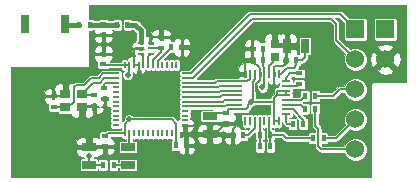
<source format=gtl>
G04 (created by PCBNEW (2013-07-07 BZR 4022)-stable) date 3/16/2015 2:43:42 PM*
%MOIN*%
G04 Gerber Fmt 3.4, Leading zero omitted, Abs format*
%FSLAX34Y34*%
G01*
G70*
G90*
G04 APERTURE LIST*
%ADD10C,0.00590551*%
%ADD11O,0.00787402X0.023622*%
%ADD12O,0.023622X0.00787402*%
%ADD13R,0.0354331X0.0314961*%
%ADD14R,0.0157X0.0236*%
%ADD15R,0.0236X0.0157*%
%ADD16R,0.025X0.045*%
%ADD17R,0.0314961X0.0629921*%
%ADD18R,0.06X0.06*%
%ADD19C,0.06*%
%ADD20O,0.0314961X0.00787402*%
%ADD21O,0.00787402X0.0314961*%
%ADD22R,0.045X0.025*%
%ADD23R,0.0216535X0.00787402*%
%ADD24R,0.0275X0.0315*%
%ADD25C,0.02*%
%ADD26C,0.006*%
%ADD27C,0.018*%
%ADD28C,0.002*%
%ADD29C,0.0181102*%
%ADD30C,0.001*%
G04 APERTURE END LIST*
G54D10*
G54D11*
X109527Y-51614D03*
X109685Y-51614D03*
X109370Y-51614D03*
X109842Y-51614D03*
X110000Y-51614D03*
X109212Y-51614D03*
X109055Y-51614D03*
X108897Y-51614D03*
X110157Y-51614D03*
X110314Y-51614D03*
X108582Y-51614D03*
X108740Y-51614D03*
X108582Y-53897D03*
X110157Y-53897D03*
X110000Y-53897D03*
X109842Y-53897D03*
X108740Y-53897D03*
X108897Y-53897D03*
X109055Y-53897D03*
X109685Y-53897D03*
X110314Y-53897D03*
X109212Y-53897D03*
X109527Y-53897D03*
X109370Y-53897D03*
G54D12*
X110590Y-52047D03*
X110590Y-51889D03*
X110590Y-53622D03*
X110590Y-53464D03*
X110590Y-52204D03*
X110590Y-52362D03*
X110590Y-52519D03*
X110590Y-53307D03*
X110590Y-53149D03*
X110590Y-52677D03*
X110590Y-52992D03*
X110590Y-52834D03*
X108307Y-52519D03*
X108307Y-52677D03*
X108307Y-52362D03*
X108307Y-52834D03*
X108307Y-52992D03*
X108307Y-52204D03*
X108307Y-52047D03*
X108307Y-51889D03*
X108307Y-53149D03*
X108307Y-53307D03*
X108307Y-53464D03*
X108307Y-53622D03*
G54D13*
X106614Y-52578D03*
X107165Y-52578D03*
X106614Y-53011D03*
X107165Y-53011D03*
G54D14*
X113444Y-53937D03*
X113090Y-53937D03*
X114303Y-51452D03*
X113949Y-51452D03*
X113197Y-51444D03*
X112843Y-51444D03*
G54D15*
X111968Y-53208D03*
X111968Y-53562D03*
G54D14*
X112540Y-53948D03*
X112186Y-53948D03*
X114536Y-53578D03*
X114182Y-53578D03*
G54D15*
X114404Y-51895D03*
X114404Y-52249D03*
X107874Y-51594D03*
X107874Y-51240D03*
X107913Y-52382D03*
X107913Y-52736D03*
X106220Y-52657D03*
X106220Y-53011D03*
X107559Y-52972D03*
X107559Y-52618D03*
G54D14*
X110137Y-51023D03*
X110491Y-51023D03*
X110295Y-54291D03*
X110649Y-54291D03*
G54D15*
X107940Y-53976D03*
X107940Y-54330D03*
X109803Y-51043D03*
X109803Y-50689D03*
G54D16*
X114592Y-50980D03*
X113992Y-50980D03*
G54D14*
X113193Y-51066D03*
X112839Y-51066D03*
X114941Y-53070D03*
X114587Y-53070D03*
X114591Y-52645D03*
X114945Y-52645D03*
X115216Y-54055D03*
X114862Y-54055D03*
G54D17*
X106592Y-50264D03*
X105253Y-50264D03*
G54D14*
X107421Y-50275D03*
X107067Y-50275D03*
G54D15*
X107874Y-50256D03*
X107874Y-50610D03*
G54D14*
X108680Y-50275D03*
X108326Y-50275D03*
G54D18*
X116275Y-50425D03*
G54D19*
X116275Y-51425D03*
X116275Y-52425D03*
X116275Y-53425D03*
X116275Y-54425D03*
G54D18*
X117275Y-50425D03*
G54D19*
X117275Y-51425D03*
G54D20*
X112376Y-52308D03*
X112376Y-52466D03*
X112376Y-53253D03*
X112376Y-53096D03*
X112376Y-52938D03*
X112376Y-52623D03*
X112376Y-52781D03*
G54D21*
X113715Y-51915D03*
X113558Y-51915D03*
X113400Y-51915D03*
X112613Y-51915D03*
X112770Y-51915D03*
X112928Y-51915D03*
X113085Y-51915D03*
X113243Y-51915D03*
X113243Y-53489D03*
X113085Y-53489D03*
X112928Y-53489D03*
X112770Y-53489D03*
X112613Y-53489D03*
X113400Y-53489D03*
X113558Y-53489D03*
X113715Y-53489D03*
G54D20*
X113951Y-52781D03*
X113951Y-52623D03*
X113951Y-52938D03*
X113951Y-53096D03*
X113951Y-53253D03*
X113951Y-52466D03*
X113951Y-52308D03*
X113951Y-52151D03*
G54D22*
X108700Y-54349D03*
X108700Y-54949D03*
G54D14*
X108216Y-54948D03*
X107862Y-54948D03*
G54D23*
X109124Y-51062D03*
X109458Y-51062D03*
X109458Y-50885D03*
X109458Y-51240D03*
X109124Y-50885D03*
X109124Y-51240D03*
G54D14*
X113444Y-54330D03*
X113090Y-54330D03*
G54D24*
X113582Y-51357D03*
X113582Y-50925D03*
G54D22*
X107393Y-54937D03*
X107393Y-54337D03*
X111417Y-53322D03*
X111417Y-53922D03*
G54D25*
X109842Y-52795D03*
X112975Y-53088D03*
X113347Y-52610D03*
X108688Y-51944D03*
X107389Y-54645D03*
X112808Y-52834D03*
X108740Y-53425D03*
X113178Y-52362D03*
G54D26*
X109370Y-51614D02*
X109370Y-51328D01*
X109370Y-51328D02*
X109458Y-51240D01*
X109212Y-51614D02*
X109212Y-51328D01*
X109212Y-51328D02*
X109124Y-51240D01*
X108740Y-53897D02*
X108740Y-54310D01*
X108740Y-54310D02*
X108700Y-54349D01*
X108307Y-52204D02*
X107952Y-52204D01*
X107913Y-52244D02*
X107913Y-52382D01*
X107952Y-52204D02*
X107913Y-52244D01*
X109685Y-51614D02*
X109685Y-51496D01*
X110137Y-51043D02*
X110137Y-51023D01*
X109685Y-51496D02*
X110137Y-51043D01*
X114945Y-52645D02*
X115543Y-52645D01*
X115763Y-52425D02*
X116275Y-52425D01*
X115543Y-52645D02*
X115763Y-52425D01*
X114941Y-53070D02*
X114941Y-53642D01*
X115133Y-54425D02*
X116275Y-54425D01*
X115039Y-54330D02*
X115133Y-54425D01*
X115039Y-53740D02*
X115039Y-54330D01*
X114941Y-53642D02*
X115039Y-53740D01*
X113951Y-52938D02*
X114455Y-52938D01*
X114455Y-52938D02*
X114587Y-53070D01*
X113951Y-52781D02*
X114455Y-52781D01*
X114455Y-52781D02*
X114591Y-52645D01*
X109124Y-50885D02*
X109124Y-50840D01*
G54D27*
X108937Y-50275D02*
X109124Y-50462D01*
X108937Y-50275D02*
X108680Y-50275D01*
X109124Y-50462D02*
X109124Y-50840D01*
G54D26*
X115216Y-54055D02*
X115645Y-54055D01*
X115645Y-54055D02*
X116275Y-53425D01*
X113090Y-53937D02*
X113090Y-54330D01*
X113085Y-53489D02*
X113085Y-53859D01*
X113085Y-53859D02*
X113103Y-53877D01*
X113444Y-53937D02*
X113858Y-53937D01*
X113976Y-54055D02*
X114862Y-54055D01*
X113858Y-53937D02*
X113976Y-54055D01*
X113444Y-53937D02*
X113444Y-54330D01*
X113400Y-53489D02*
X113400Y-53820D01*
X113400Y-53820D02*
X113457Y-53877D01*
X110590Y-52834D02*
X111850Y-52834D01*
X111850Y-52834D02*
X111903Y-52781D01*
X111903Y-52781D02*
X112376Y-52781D01*
X110590Y-52519D02*
X111732Y-52519D01*
X111732Y-52519D02*
X111785Y-52466D01*
X111785Y-52466D02*
X112376Y-52466D01*
X110590Y-52677D02*
X111771Y-52677D01*
X111771Y-52677D02*
X111825Y-52623D01*
X111825Y-52623D02*
X112376Y-52623D01*
X110590Y-52362D02*
X111692Y-52362D01*
X111692Y-52362D02*
X111746Y-52308D01*
X111746Y-52308D02*
X112376Y-52308D01*
X110590Y-51889D02*
X110787Y-51889D01*
X115771Y-49921D02*
X116275Y-50425D01*
X112755Y-49921D02*
X115771Y-49921D01*
X110787Y-51889D02*
X112755Y-49921D01*
X116275Y-51425D02*
X116267Y-51425D01*
X110866Y-52047D02*
X110590Y-52047D01*
X112834Y-50078D02*
X110866Y-52047D01*
X115472Y-50078D02*
X112834Y-50078D01*
X115629Y-50236D02*
X115472Y-50078D01*
X115629Y-50787D02*
X115629Y-50236D01*
X116267Y-51425D02*
X115629Y-50787D01*
X113400Y-51915D02*
X113400Y-51647D01*
X113400Y-51647D02*
X113571Y-51476D01*
X112928Y-53489D02*
X112928Y-53706D01*
X112686Y-53948D02*
X112540Y-53948D01*
X112928Y-53706D02*
X112686Y-53948D01*
X109803Y-51043D02*
X109803Y-51181D01*
X109527Y-51456D02*
X109527Y-51614D01*
X109803Y-51181D02*
X109527Y-51456D01*
X109458Y-51062D02*
X109783Y-51062D01*
X109783Y-51062D02*
X109803Y-51043D01*
X114303Y-51452D02*
X114497Y-51452D01*
X114592Y-51357D02*
X114592Y-50980D01*
X114497Y-51452D02*
X114592Y-51357D01*
X113715Y-51915D02*
X113798Y-51915D01*
X114303Y-51625D02*
X114303Y-51452D01*
X114225Y-51704D02*
X114303Y-51625D01*
X114008Y-51704D02*
X114225Y-51704D01*
X113798Y-51915D02*
X114008Y-51704D01*
X108307Y-51889D02*
X107874Y-51889D01*
X106712Y-53011D02*
X106614Y-53011D01*
X106889Y-52834D02*
X106712Y-53011D01*
X106889Y-52362D02*
X106889Y-52834D01*
X106968Y-52283D02*
X106889Y-52362D01*
X107244Y-52283D02*
X106968Y-52283D01*
X107480Y-52047D02*
X107244Y-52283D01*
X107716Y-52047D02*
X107480Y-52047D01*
X107874Y-51889D02*
X107716Y-52047D01*
X106220Y-53011D02*
X106614Y-53011D01*
X106614Y-53011D02*
X106614Y-53011D01*
X108307Y-52047D02*
X107913Y-52047D01*
X107539Y-52204D02*
X107165Y-52578D01*
X107755Y-52204D02*
X107539Y-52204D01*
X107913Y-52047D02*
X107755Y-52204D01*
X107559Y-52618D02*
X107204Y-52618D01*
X107204Y-52618D02*
X107165Y-52578D01*
X110590Y-52992D02*
X111929Y-52992D01*
X111929Y-52992D02*
X111982Y-52938D01*
X111982Y-52938D02*
X112376Y-52938D01*
X112770Y-51915D02*
X112770Y-52071D01*
X111614Y-52204D02*
X110590Y-52204D01*
X111653Y-52165D02*
X111614Y-52204D01*
X112677Y-52165D02*
X111653Y-52165D01*
X112770Y-52071D02*
X112677Y-52165D01*
X109055Y-51614D02*
X109055Y-51850D01*
G54D27*
X109409Y-52795D02*
X109842Y-52795D01*
X109055Y-52440D02*
X109409Y-52795D01*
X109055Y-51850D02*
X109055Y-52440D01*
G54D26*
X111417Y-53922D02*
X111609Y-53922D01*
X111609Y-53922D02*
X111968Y-53562D01*
X106220Y-52657D02*
X106535Y-52657D01*
X106535Y-52657D02*
X106614Y-52578D01*
X107559Y-52972D02*
X107204Y-52972D01*
X107204Y-52972D02*
X107165Y-53011D01*
X107940Y-54330D02*
X107400Y-54330D01*
X107400Y-54330D02*
X107393Y-54337D01*
X109124Y-51062D02*
X108937Y-51062D01*
X108897Y-51102D02*
X108897Y-51614D01*
X108937Y-51062D02*
X108897Y-51102D01*
X108897Y-51614D02*
X109055Y-51614D01*
X110590Y-53622D02*
X110590Y-54232D01*
X110590Y-54232D02*
X110649Y-54291D01*
X109803Y-50689D02*
X109547Y-50689D01*
X109458Y-50777D02*
X109458Y-50885D01*
X109547Y-50689D02*
X109458Y-50777D01*
X112376Y-53253D02*
X112514Y-53253D01*
X112532Y-53236D02*
X112827Y-53236D01*
X112514Y-53253D02*
X112532Y-53236D01*
X112975Y-53088D02*
X112827Y-53236D01*
X112186Y-53948D02*
X112186Y-53751D01*
X112268Y-53668D02*
X112268Y-53503D01*
X112186Y-53751D02*
X112268Y-53668D01*
X112376Y-53395D02*
X112376Y-53253D01*
X112268Y-53503D02*
X112376Y-53395D01*
X113558Y-51915D02*
X113558Y-52399D01*
X113085Y-52131D02*
X112977Y-52239D01*
X112977Y-52239D02*
X112977Y-52472D01*
X112977Y-52472D02*
X113115Y-52610D01*
X113115Y-52610D02*
X113347Y-52610D01*
X113085Y-52131D02*
X113085Y-51915D01*
X113558Y-52399D02*
X113347Y-52610D01*
X112843Y-51444D02*
X112689Y-51444D01*
X112613Y-51521D02*
X112613Y-51915D01*
X112689Y-51444D02*
X112613Y-51521D01*
X112839Y-51066D02*
X112839Y-51440D01*
G54D28*
X112839Y-51440D02*
X112843Y-51444D01*
G54D26*
X113085Y-51915D02*
X113085Y-51726D01*
X113085Y-51726D02*
X112843Y-51484D01*
G54D28*
X112843Y-51484D02*
X112843Y-51444D01*
G54D26*
X113558Y-51915D02*
X113558Y-51690D01*
X113949Y-51586D02*
X113949Y-51452D01*
X113878Y-51657D02*
X113949Y-51586D01*
X113591Y-51657D02*
X113878Y-51657D01*
X113558Y-51690D02*
X113591Y-51657D01*
X113951Y-53253D02*
X113951Y-53517D01*
X114012Y-53578D02*
X114182Y-53578D01*
X113951Y-53517D02*
X114012Y-53578D01*
X114404Y-51895D02*
X114109Y-51895D01*
X113951Y-52052D02*
X113951Y-52151D01*
X114109Y-51895D02*
X113951Y-52052D01*
X113951Y-52308D02*
X114345Y-52308D01*
G54D28*
X114345Y-52308D02*
X114404Y-52249D01*
G54D26*
X113951Y-53096D02*
X114187Y-53096D01*
X114536Y-53444D02*
X114536Y-53578D01*
X114187Y-53096D02*
X114536Y-53444D01*
G54D29*
X107874Y-50275D02*
X107421Y-50275D01*
X107421Y-50275D02*
X107421Y-50275D01*
X108326Y-50275D02*
X107874Y-50275D01*
X107874Y-50275D02*
X107874Y-50275D01*
G54D26*
X108700Y-54949D02*
X108217Y-54949D01*
X108217Y-54949D02*
X108216Y-54948D01*
G54D29*
X107067Y-50275D02*
X106603Y-50275D01*
X106603Y-50275D02*
X106592Y-50264D01*
G54D26*
X108740Y-51893D02*
X108688Y-51944D01*
X108740Y-51614D02*
X108740Y-51893D01*
X107393Y-54649D02*
X107389Y-54645D01*
X107393Y-54649D02*
X107393Y-54937D01*
X107862Y-54948D02*
X107404Y-54948D01*
X107404Y-54948D02*
X107393Y-54937D01*
X108582Y-51614D02*
X107893Y-51614D01*
X107893Y-51614D02*
X107874Y-51594D01*
X108740Y-51614D02*
X108582Y-51614D01*
X110314Y-53897D02*
X110314Y-53582D01*
X110157Y-53425D02*
X108740Y-53425D01*
X110314Y-53582D02*
X110157Y-53425D01*
X108582Y-53582D02*
X108740Y-53425D01*
X108582Y-53582D02*
X108582Y-53897D01*
X111968Y-53208D02*
X111530Y-53208D01*
X111530Y-53208D02*
X111417Y-53322D01*
X112376Y-53096D02*
X112081Y-53096D01*
X112081Y-53096D02*
X111968Y-53208D01*
X108582Y-53897D02*
X108019Y-53897D01*
X108019Y-53897D02*
X107940Y-53976D01*
X110314Y-53897D02*
X110314Y-54271D01*
X110314Y-54271D02*
X110295Y-54291D01*
X112928Y-51915D02*
X112928Y-52096D01*
X112851Y-52791D02*
X112808Y-52834D01*
X112851Y-52173D02*
X112851Y-52791D01*
X112928Y-52096D02*
X112851Y-52173D01*
X112770Y-52797D02*
X112808Y-52834D01*
X112808Y-52834D02*
X112804Y-52834D01*
X112376Y-53096D02*
X112636Y-53096D01*
X112636Y-53096D02*
X112705Y-53027D01*
X112705Y-53027D02*
X112705Y-52932D01*
X112705Y-52932D02*
X112804Y-52834D01*
X112804Y-52834D02*
X113558Y-52834D01*
X113243Y-51915D02*
X113243Y-52297D01*
X113243Y-52297D02*
X113178Y-52362D01*
X113662Y-52466D02*
X113662Y-52623D01*
X113193Y-51066D02*
X113193Y-51440D01*
G54D28*
X113193Y-51440D02*
X113197Y-51444D01*
G54D26*
X113243Y-51915D02*
X113243Y-51706D01*
X113197Y-51661D02*
X113197Y-51444D01*
X113243Y-51706D02*
X113197Y-51661D01*
X113558Y-53489D02*
X113558Y-53115D01*
X113558Y-53115D02*
X113558Y-52834D01*
X113558Y-52834D02*
X113558Y-52718D01*
X113558Y-52718D02*
X113652Y-52623D01*
G54D28*
X113652Y-52623D02*
X113662Y-52623D01*
G54D26*
X113662Y-52623D02*
X113951Y-52623D01*
X113951Y-52466D02*
X113662Y-52466D01*
X113951Y-52623D02*
X113951Y-52466D01*
X113715Y-53489D02*
X113558Y-53489D01*
G54D10*
G36*
X113120Y-51993D02*
X113105Y-51993D01*
X113105Y-52018D01*
X113065Y-52018D01*
X113065Y-51993D01*
X113051Y-51993D01*
X113051Y-51836D01*
X113065Y-51836D01*
X113065Y-51812D01*
X113105Y-51812D01*
X113105Y-51836D01*
X113120Y-51836D01*
X113120Y-51993D01*
X113120Y-51993D01*
G37*
G54D30*
X113120Y-51993D02*
X113105Y-51993D01*
X113105Y-52018D01*
X113065Y-52018D01*
X113065Y-51993D01*
X113051Y-51993D01*
X113051Y-51836D01*
X113065Y-51836D01*
X113065Y-51812D01*
X113105Y-51812D01*
X113105Y-51836D01*
X113120Y-51836D01*
X113120Y-51993D01*
G54D10*
G36*
X113444Y-53252D02*
X113400Y-53244D01*
X113353Y-53253D01*
X113321Y-53274D01*
X113290Y-53253D01*
X113243Y-53244D01*
X113195Y-53253D01*
X113164Y-53274D01*
X113132Y-53253D01*
X113085Y-53244D01*
X113038Y-53253D01*
X113006Y-53274D01*
X112975Y-53253D01*
X112928Y-53244D01*
X112881Y-53253D01*
X112849Y-53274D01*
X112817Y-53253D01*
X112770Y-53244D01*
X112739Y-53250D01*
X112739Y-53158D01*
X112735Y-53158D01*
X112786Y-53107D01*
X112810Y-53070D01*
X112810Y-53070D01*
X112819Y-53027D01*
X112819Y-53018D01*
X112844Y-53018D01*
X112912Y-52990D01*
X112954Y-52948D01*
X113444Y-52948D01*
X113444Y-53115D01*
X113444Y-53252D01*
X113444Y-53252D01*
G37*
G54D30*
X113444Y-53252D02*
X113400Y-53244D01*
X113353Y-53253D01*
X113321Y-53274D01*
X113290Y-53253D01*
X113243Y-53244D01*
X113195Y-53253D01*
X113164Y-53274D01*
X113132Y-53253D01*
X113085Y-53244D01*
X113038Y-53253D01*
X113006Y-53274D01*
X112975Y-53253D01*
X112928Y-53244D01*
X112881Y-53253D01*
X112849Y-53274D01*
X112817Y-53253D01*
X112770Y-53244D01*
X112739Y-53250D01*
X112739Y-53158D01*
X112735Y-53158D01*
X112786Y-53107D01*
X112810Y-53070D01*
X112810Y-53070D01*
X112819Y-53027D01*
X112819Y-53018D01*
X112844Y-53018D01*
X112912Y-52990D01*
X112954Y-52948D01*
X113444Y-52948D01*
X113444Y-53115D01*
X113444Y-53252D01*
G54D10*
G36*
X113736Y-52230D02*
X113715Y-52261D01*
X113705Y-52308D01*
X113714Y-52352D01*
X113662Y-52352D01*
X113618Y-52361D01*
X113581Y-52385D01*
X113557Y-52422D01*
X113548Y-52466D01*
X113548Y-52566D01*
X113477Y-52637D01*
X113452Y-52674D01*
X113444Y-52718D01*
X113444Y-52720D01*
X112965Y-52720D01*
X112965Y-52251D01*
X112988Y-52267D01*
X112990Y-52267D01*
X112990Y-52277D01*
X113014Y-52277D01*
X112994Y-52325D01*
X112994Y-52398D01*
X113022Y-52465D01*
X113073Y-52517D01*
X113141Y-52545D01*
X113214Y-52545D01*
X113282Y-52517D01*
X113333Y-52466D01*
X113361Y-52398D01*
X113361Y-52325D01*
X113354Y-52308D01*
X113356Y-52297D01*
X113356Y-52179D01*
X113378Y-52212D01*
X113461Y-52267D01*
X113500Y-52270D01*
X113538Y-52225D01*
X113538Y-51993D01*
X113523Y-51993D01*
X113523Y-51836D01*
X113538Y-51836D01*
X113538Y-51812D01*
X113577Y-51812D01*
X113577Y-51836D01*
X113592Y-51836D01*
X113592Y-51993D01*
X113577Y-51993D01*
X113577Y-52225D01*
X113615Y-52270D01*
X113654Y-52267D01*
X113728Y-52218D01*
X113736Y-52230D01*
X113736Y-52230D01*
G37*
G54D30*
X113736Y-52230D02*
X113715Y-52261D01*
X113705Y-52308D01*
X113714Y-52352D01*
X113662Y-52352D01*
X113618Y-52361D01*
X113581Y-52385D01*
X113557Y-52422D01*
X113548Y-52466D01*
X113548Y-52566D01*
X113477Y-52637D01*
X113452Y-52674D01*
X113444Y-52718D01*
X113444Y-52720D01*
X112965Y-52720D01*
X112965Y-52251D01*
X112988Y-52267D01*
X112990Y-52267D01*
X112990Y-52277D01*
X113014Y-52277D01*
X112994Y-52325D01*
X112994Y-52398D01*
X113022Y-52465D01*
X113073Y-52517D01*
X113141Y-52545D01*
X113214Y-52545D01*
X113282Y-52517D01*
X113333Y-52466D01*
X113361Y-52398D01*
X113361Y-52325D01*
X113354Y-52308D01*
X113356Y-52297D01*
X113356Y-52179D01*
X113378Y-52212D01*
X113461Y-52267D01*
X113500Y-52270D01*
X113538Y-52225D01*
X113538Y-51993D01*
X113523Y-51993D01*
X113523Y-51836D01*
X113538Y-51836D01*
X113538Y-51812D01*
X113577Y-51812D01*
X113577Y-51836D01*
X113592Y-51836D01*
X113592Y-51993D01*
X113577Y-51993D01*
X113577Y-52225D01*
X113615Y-52270D01*
X113654Y-52267D01*
X113728Y-52218D01*
X113736Y-52230D01*
G54D10*
G36*
X117971Y-52180D02*
X117789Y-52180D01*
X117789Y-51450D01*
X117760Y-51252D01*
X117740Y-51204D01*
X117663Y-51171D01*
X117659Y-51175D01*
X117659Y-50708D01*
X117659Y-50108D01*
X117646Y-50077D01*
X117623Y-50054D01*
X117592Y-50041D01*
X117559Y-50041D01*
X116959Y-50041D01*
X116928Y-50054D01*
X116904Y-50077D01*
X116891Y-50108D01*
X116891Y-50141D01*
X116891Y-50741D01*
X116904Y-50772D01*
X116928Y-50796D01*
X116958Y-50808D01*
X116992Y-50808D01*
X117592Y-50808D01*
X117622Y-50796D01*
X117646Y-50772D01*
X117659Y-50741D01*
X117659Y-50708D01*
X117659Y-51175D01*
X117529Y-51305D01*
X117529Y-51037D01*
X117496Y-50959D01*
X117301Y-50910D01*
X117102Y-50940D01*
X117054Y-50959D01*
X117021Y-51037D01*
X117275Y-51290D01*
X117529Y-51037D01*
X117529Y-51305D01*
X117409Y-51425D01*
X117663Y-51678D01*
X117740Y-51645D01*
X117789Y-51450D01*
X117789Y-52180D01*
X117529Y-52180D01*
X117529Y-51813D01*
X117275Y-51559D01*
X117141Y-51693D01*
X117141Y-51425D01*
X116887Y-51171D01*
X116810Y-51204D01*
X116761Y-51399D01*
X116790Y-51598D01*
X116810Y-51645D01*
X116887Y-51678D01*
X117141Y-51425D01*
X117141Y-51693D01*
X117021Y-51813D01*
X117054Y-51890D01*
X117249Y-51939D01*
X117448Y-51910D01*
X117496Y-51890D01*
X117529Y-51813D01*
X117529Y-52180D01*
X116893Y-52180D01*
X116854Y-52187D01*
X116820Y-52210D01*
X116798Y-52243D01*
X116790Y-52283D01*
X116790Y-55341D01*
X116659Y-55341D01*
X116659Y-54349D01*
X116601Y-54208D01*
X116493Y-54100D01*
X116352Y-54041D01*
X116199Y-54041D01*
X116058Y-54099D01*
X115950Y-54207D01*
X115907Y-54311D01*
X115180Y-54311D01*
X115153Y-54283D01*
X115153Y-54256D01*
X115154Y-54256D01*
X115311Y-54256D01*
X115342Y-54244D01*
X115365Y-54220D01*
X115378Y-54189D01*
X115378Y-54168D01*
X115645Y-54168D01*
X115689Y-54160D01*
X115689Y-54160D01*
X115726Y-54135D01*
X116095Y-53765D01*
X116198Y-53808D01*
X116351Y-53809D01*
X116492Y-53750D01*
X116600Y-53642D01*
X116659Y-53501D01*
X116659Y-53349D01*
X116659Y-52349D01*
X116601Y-52208D01*
X116493Y-52100D01*
X116352Y-52041D01*
X116199Y-52041D01*
X116058Y-52099D01*
X115950Y-52207D01*
X115907Y-52311D01*
X115763Y-52311D01*
X115720Y-52320D01*
X115683Y-52344D01*
X115496Y-52531D01*
X115107Y-52531D01*
X115107Y-52510D01*
X115095Y-52480D01*
X115071Y-52456D01*
X115040Y-52443D01*
X115007Y-52443D01*
X114850Y-52443D01*
X114819Y-52456D01*
X114796Y-52479D01*
X114783Y-52510D01*
X114783Y-52544D01*
X114783Y-52780D01*
X114796Y-52810D01*
X114819Y-52834D01*
X114850Y-52847D01*
X114883Y-52847D01*
X115040Y-52847D01*
X115071Y-52834D01*
X115095Y-52810D01*
X115107Y-52780D01*
X115107Y-52759D01*
X115543Y-52759D01*
X115587Y-52750D01*
X115587Y-52750D01*
X115623Y-52725D01*
X115810Y-52538D01*
X115907Y-52538D01*
X115950Y-52642D01*
X116057Y-52750D01*
X116198Y-52808D01*
X116351Y-52809D01*
X116492Y-52750D01*
X116600Y-52642D01*
X116659Y-52501D01*
X116659Y-52349D01*
X116659Y-53349D01*
X116601Y-53208D01*
X116493Y-53100D01*
X116352Y-53041D01*
X116199Y-53041D01*
X116058Y-53099D01*
X115950Y-53207D01*
X115891Y-53348D01*
X115891Y-53501D01*
X115934Y-53605D01*
X115598Y-53941D01*
X115378Y-53941D01*
X115378Y-53920D01*
X115365Y-53889D01*
X115342Y-53866D01*
X115311Y-53853D01*
X115278Y-53853D01*
X115153Y-53853D01*
X115153Y-53740D01*
X115153Y-53740D01*
X115144Y-53696D01*
X115144Y-53696D01*
X115136Y-53684D01*
X115119Y-53659D01*
X115119Y-53659D01*
X115055Y-53595D01*
X115055Y-53264D01*
X115067Y-53259D01*
X115091Y-53236D01*
X115103Y-53205D01*
X115104Y-53172D01*
X115104Y-52936D01*
X115091Y-52905D01*
X115067Y-52881D01*
X115036Y-52868D01*
X115003Y-52868D01*
X114846Y-52868D01*
X114815Y-52881D01*
X114792Y-52905D01*
X114779Y-52935D01*
X114779Y-52969D01*
X114779Y-53205D01*
X114792Y-53236D01*
X114815Y-53259D01*
X114828Y-53264D01*
X114828Y-53642D01*
X114836Y-53686D01*
X114861Y-53722D01*
X114925Y-53787D01*
X114925Y-53853D01*
X114924Y-53853D01*
X114767Y-53853D01*
X114736Y-53866D01*
X114712Y-53889D01*
X114700Y-53920D01*
X114700Y-53941D01*
X114023Y-53941D01*
X113938Y-53856D01*
X113901Y-53831D01*
X113858Y-53823D01*
X113606Y-53823D01*
X113606Y-53802D01*
X113594Y-53771D01*
X113570Y-53748D01*
X113539Y-53735D01*
X113514Y-53735D01*
X113514Y-53727D01*
X113558Y-53735D01*
X113605Y-53726D01*
X113636Y-53705D01*
X113668Y-53726D01*
X113715Y-53735D01*
X113762Y-53726D01*
X113802Y-53699D01*
X113829Y-53659D01*
X113838Y-53612D01*
X113838Y-53520D01*
X113846Y-53561D01*
X113871Y-53597D01*
X113932Y-53658D01*
X113969Y-53683D01*
X113969Y-53683D01*
X114012Y-53692D01*
X114019Y-53692D01*
X114019Y-53713D01*
X114032Y-53743D01*
X114056Y-53767D01*
X114087Y-53780D01*
X114120Y-53780D01*
X114277Y-53780D01*
X114308Y-53767D01*
X114331Y-53744D01*
X114344Y-53713D01*
X114344Y-53679D01*
X114344Y-53443D01*
X114331Y-53413D01*
X114308Y-53389D01*
X114277Y-53376D01*
X114244Y-53376D01*
X114087Y-53376D01*
X114065Y-53385D01*
X114065Y-53376D01*
X114074Y-53376D01*
X114121Y-53367D01*
X114161Y-53340D01*
X114188Y-53300D01*
X114195Y-53264D01*
X114374Y-53443D01*
X114374Y-53443D01*
X114373Y-53477D01*
X114373Y-53713D01*
X114386Y-53743D01*
X114410Y-53767D01*
X114441Y-53780D01*
X114474Y-53780D01*
X114631Y-53780D01*
X114662Y-53767D01*
X114685Y-53744D01*
X114698Y-53713D01*
X114698Y-53679D01*
X114698Y-53443D01*
X114685Y-53413D01*
X114662Y-53389D01*
X114631Y-53376D01*
X114625Y-53376D01*
X114616Y-53364D01*
X114525Y-53272D01*
X114525Y-53272D01*
X114682Y-53272D01*
X114713Y-53259D01*
X114737Y-53236D01*
X114749Y-53205D01*
X114750Y-53172D01*
X114750Y-52936D01*
X114737Y-52905D01*
X114713Y-52881D01*
X114682Y-52868D01*
X114649Y-52868D01*
X114546Y-52868D01*
X114537Y-52860D01*
X114550Y-52847D01*
X114686Y-52847D01*
X114717Y-52834D01*
X114741Y-52810D01*
X114753Y-52780D01*
X114753Y-52746D01*
X114753Y-52510D01*
X114741Y-52480D01*
X114717Y-52456D01*
X114686Y-52443D01*
X114653Y-52443D01*
X114496Y-52443D01*
X114465Y-52456D01*
X114442Y-52479D01*
X114429Y-52510D01*
X114429Y-52544D01*
X114429Y-52646D01*
X114408Y-52667D01*
X114189Y-52667D01*
X114197Y-52623D01*
X114188Y-52576D01*
X114167Y-52545D01*
X114188Y-52513D01*
X114197Y-52466D01*
X114189Y-52422D01*
X114345Y-52422D01*
X114388Y-52413D01*
X114391Y-52411D01*
X114539Y-52411D01*
X114569Y-52399D01*
X114593Y-52375D01*
X114606Y-52344D01*
X114606Y-52311D01*
X114606Y-52154D01*
X114593Y-52123D01*
X114570Y-52100D01*
X114539Y-52087D01*
X114505Y-52087D01*
X114269Y-52087D01*
X114239Y-52100D01*
X114215Y-52123D01*
X114202Y-52154D01*
X114202Y-52187D01*
X114202Y-52195D01*
X114189Y-52195D01*
X114197Y-52151D01*
X114188Y-52104D01*
X114161Y-52064D01*
X114125Y-52040D01*
X114156Y-52009D01*
X114210Y-52009D01*
X114215Y-52021D01*
X114239Y-52045D01*
X114269Y-52057D01*
X114303Y-52057D01*
X114539Y-52057D01*
X114569Y-52045D01*
X114593Y-52021D01*
X114606Y-51990D01*
X114606Y-51957D01*
X114606Y-51800D01*
X114593Y-51769D01*
X114570Y-51746D01*
X114539Y-51733D01*
X114505Y-51733D01*
X114357Y-51733D01*
X114384Y-51706D01*
X114384Y-51706D01*
X114400Y-51681D01*
X114409Y-51669D01*
X114409Y-51669D01*
X114413Y-51648D01*
X114429Y-51641D01*
X114453Y-51618D01*
X114466Y-51587D01*
X114466Y-51566D01*
X114497Y-51566D01*
X114540Y-51557D01*
X114540Y-51557D01*
X114577Y-51532D01*
X114672Y-51437D01*
X114672Y-51437D01*
X114689Y-51413D01*
X114697Y-51400D01*
X114697Y-51400D01*
X114706Y-51357D01*
X114706Y-51357D01*
X114706Y-51288D01*
X114733Y-51288D01*
X114764Y-51276D01*
X114788Y-51252D01*
X114801Y-51221D01*
X114801Y-51188D01*
X114801Y-50738D01*
X114788Y-50707D01*
X114764Y-50684D01*
X114734Y-50671D01*
X114700Y-50671D01*
X114450Y-50671D01*
X114419Y-50684D01*
X114396Y-50707D01*
X114383Y-50738D01*
X114383Y-50771D01*
X114383Y-51221D01*
X114395Y-51250D01*
X114365Y-51250D01*
X114320Y-51250D01*
X114322Y-51246D01*
X114322Y-51164D01*
X114322Y-50795D01*
X114322Y-50714D01*
X114291Y-50638D01*
X114233Y-50581D01*
X114157Y-50550D01*
X114106Y-50550D01*
X114054Y-50601D01*
X114054Y-50885D01*
X114271Y-50885D01*
X114322Y-50833D01*
X114322Y-50795D01*
X114322Y-51164D01*
X114322Y-51126D01*
X114271Y-51075D01*
X114054Y-51075D01*
X114054Y-51129D01*
X114040Y-51129D01*
X113989Y-51180D01*
X113989Y-51393D01*
X114028Y-51393D01*
X114028Y-51511D01*
X113989Y-51511D01*
X113989Y-51555D01*
X113910Y-51555D01*
X113910Y-51511D01*
X113871Y-51511D01*
X113871Y-51410D01*
X113878Y-51410D01*
X113895Y-51393D01*
X113910Y-51393D01*
X113910Y-51377D01*
X113929Y-51358D01*
X113929Y-51075D01*
X113929Y-50885D01*
X113929Y-50601D01*
X113878Y-50550D01*
X113826Y-50550D01*
X113777Y-50570D01*
X113761Y-50563D01*
X113679Y-50563D01*
X113702Y-50563D01*
X113651Y-50614D01*
X113651Y-50846D01*
X113675Y-50846D01*
X113713Y-50885D01*
X113929Y-50885D01*
X113929Y-51075D01*
X113925Y-51075D01*
X113925Y-51055D01*
X113873Y-51004D01*
X113651Y-51004D01*
X113651Y-51028D01*
X113513Y-51028D01*
X113513Y-51004D01*
X113479Y-51004D01*
X113479Y-50846D01*
X113513Y-50846D01*
X113513Y-50614D01*
X113462Y-50563D01*
X113485Y-50563D01*
X113404Y-50563D01*
X113328Y-50594D01*
X113271Y-50652D01*
X113240Y-50727D01*
X113240Y-50795D01*
X113275Y-50830D01*
X113240Y-50830D01*
X113240Y-50864D01*
X113105Y-50864D01*
X113091Y-50832D01*
X113034Y-50774D01*
X112958Y-50743D01*
X112930Y-50743D01*
X112878Y-50794D01*
X112878Y-51007D01*
X112918Y-51007D01*
X112918Y-51125D01*
X112878Y-51125D01*
X112878Y-51338D01*
X112882Y-51342D01*
X112882Y-51385D01*
X112922Y-51385D01*
X112922Y-51503D01*
X112882Y-51503D01*
X112882Y-51547D01*
X112804Y-51547D01*
X112804Y-51503D01*
X112804Y-51385D01*
X112804Y-51172D01*
X112800Y-51168D01*
X112800Y-51125D01*
X112800Y-51007D01*
X112800Y-50794D01*
X112749Y-50743D01*
X112720Y-50743D01*
X112645Y-50774D01*
X112587Y-50832D01*
X112556Y-50907D01*
X112556Y-50989D01*
X112556Y-50956D01*
X112607Y-51007D01*
X112800Y-51007D01*
X112800Y-51125D01*
X112757Y-51125D01*
X112753Y-51121D01*
X112724Y-51121D01*
X112714Y-51125D01*
X112607Y-51125D01*
X112556Y-51176D01*
X112556Y-51144D01*
X112556Y-51225D01*
X112570Y-51260D01*
X112560Y-51285D01*
X112560Y-51367D01*
X112560Y-51334D01*
X112611Y-51385D01*
X112710Y-51385D01*
X112720Y-51389D01*
X112749Y-51389D01*
X112753Y-51385D01*
X112804Y-51385D01*
X112804Y-51503D01*
X112611Y-51503D01*
X112562Y-51552D01*
X112560Y-51552D01*
X112560Y-51522D01*
X112560Y-51552D01*
X112518Y-51552D01*
X112518Y-51562D01*
X112516Y-51562D01*
X112434Y-51617D01*
X112378Y-51699D01*
X112359Y-51796D01*
X112413Y-51836D01*
X112593Y-51836D01*
X112593Y-51812D01*
X112632Y-51812D01*
X112632Y-51836D01*
X112647Y-51836D01*
X112647Y-51993D01*
X112632Y-51993D01*
X112632Y-52018D01*
X112593Y-52018D01*
X112593Y-51993D01*
X112413Y-51993D01*
X112359Y-52033D01*
X112363Y-52051D01*
X111653Y-52051D01*
X111610Y-52060D01*
X111573Y-52084D01*
X111567Y-52090D01*
X110983Y-52090D01*
X112881Y-50192D01*
X115425Y-50192D01*
X115516Y-50283D01*
X115516Y-50787D01*
X115524Y-50830D01*
X115549Y-50867D01*
X115932Y-51250D01*
X115891Y-51348D01*
X115891Y-51501D01*
X115950Y-51642D01*
X116057Y-51750D01*
X116198Y-51808D01*
X116351Y-51809D01*
X116492Y-51750D01*
X116600Y-51642D01*
X116659Y-51501D01*
X116659Y-51349D01*
X116601Y-51208D01*
X116493Y-51100D01*
X116352Y-51041D01*
X116199Y-51041D01*
X116090Y-51086D01*
X115743Y-50740D01*
X115743Y-50236D01*
X115735Y-50192D01*
X115735Y-50192D01*
X115710Y-50155D01*
X115589Y-50035D01*
X115724Y-50035D01*
X115891Y-50202D01*
X115891Y-50741D01*
X115904Y-50772D01*
X115928Y-50796D01*
X115958Y-50808D01*
X115992Y-50808D01*
X116592Y-50808D01*
X116622Y-50796D01*
X116646Y-50772D01*
X116659Y-50741D01*
X116659Y-50708D01*
X116659Y-50108D01*
X116646Y-50077D01*
X116623Y-50054D01*
X116592Y-50041D01*
X116559Y-50041D01*
X116052Y-50041D01*
X115852Y-49840D01*
X115815Y-49816D01*
X115771Y-49807D01*
X112755Y-49807D01*
X112712Y-49816D01*
X112700Y-49824D01*
X112675Y-49840D01*
X110775Y-51740D01*
X110775Y-51101D01*
X110775Y-50946D01*
X110775Y-50864D01*
X110744Y-50789D01*
X110686Y-50731D01*
X110611Y-50700D01*
X110582Y-50700D01*
X110531Y-50751D01*
X110531Y-50964D01*
X110724Y-50964D01*
X110775Y-50913D01*
X110775Y-50946D01*
X110775Y-51101D01*
X110775Y-51133D01*
X110724Y-51082D01*
X110531Y-51082D01*
X110531Y-51295D01*
X110582Y-51346D01*
X110611Y-51346D01*
X110686Y-51315D01*
X110744Y-51257D01*
X110775Y-51182D01*
X110775Y-51101D01*
X110775Y-51740D01*
X110740Y-51776D01*
X110720Y-51776D01*
X110673Y-51766D01*
X110507Y-51766D01*
X110460Y-51776D01*
X110420Y-51802D01*
X110394Y-51842D01*
X110384Y-51889D01*
X110394Y-51936D01*
X110415Y-51968D01*
X110394Y-52000D01*
X110384Y-52047D01*
X110394Y-52094D01*
X110415Y-52125D01*
X110394Y-52157D01*
X110384Y-52204D01*
X110394Y-52251D01*
X110415Y-52283D01*
X110394Y-52315D01*
X110384Y-52362D01*
X110394Y-52409D01*
X110415Y-52440D01*
X110394Y-52472D01*
X110384Y-52519D01*
X110394Y-52566D01*
X110415Y-52598D01*
X110394Y-52630D01*
X110384Y-52677D01*
X110394Y-52724D01*
X110415Y-52755D01*
X110394Y-52787D01*
X110384Y-52834D01*
X110394Y-52881D01*
X110415Y-52913D01*
X110394Y-52945D01*
X110384Y-52992D01*
X110394Y-53039D01*
X110415Y-53070D01*
X110394Y-53102D01*
X110384Y-53149D01*
X110394Y-53196D01*
X110415Y-53228D01*
X110394Y-53259D01*
X110384Y-53307D01*
X110394Y-53354D01*
X110415Y-53385D01*
X110406Y-53399D01*
X110399Y-53401D01*
X110340Y-53447D01*
X110237Y-53344D01*
X110201Y-53320D01*
X110157Y-53311D01*
X108886Y-53311D01*
X108844Y-53269D01*
X108776Y-53241D01*
X108703Y-53241D01*
X108636Y-53269D01*
X108584Y-53320D01*
X108556Y-53388D01*
X108556Y-53448D01*
X108506Y-53498D01*
X108512Y-53464D01*
X108503Y-53417D01*
X108482Y-53385D01*
X108503Y-53354D01*
X108512Y-53307D01*
X108503Y-53259D01*
X108482Y-53228D01*
X108503Y-53196D01*
X108512Y-53149D01*
X108503Y-53102D01*
X108482Y-53070D01*
X108503Y-53039D01*
X108512Y-52992D01*
X108503Y-52945D01*
X108482Y-52913D01*
X108503Y-52881D01*
X108512Y-52834D01*
X108503Y-52787D01*
X108482Y-52755D01*
X108503Y-52724D01*
X108512Y-52677D01*
X108503Y-52630D01*
X108482Y-52598D01*
X108503Y-52566D01*
X108512Y-52519D01*
X108503Y-52472D01*
X108482Y-52440D01*
X108503Y-52409D01*
X108512Y-52362D01*
X108503Y-52315D01*
X108482Y-52283D01*
X108503Y-52251D01*
X108512Y-52204D01*
X108503Y-52157D01*
X108482Y-52125D01*
X108503Y-52094D01*
X108512Y-52047D01*
X108503Y-52000D01*
X108482Y-51968D01*
X108503Y-51936D01*
X108505Y-51928D01*
X108505Y-51981D01*
X108533Y-52048D01*
X108584Y-52100D01*
X108652Y-52128D01*
X108725Y-52128D01*
X108792Y-52100D01*
X108844Y-52049D01*
X108872Y-51981D01*
X108872Y-51908D01*
X108867Y-51896D01*
X108877Y-51885D01*
X108877Y-51860D01*
X108894Y-51880D01*
X108931Y-51901D01*
X108955Y-51930D01*
X108974Y-51928D01*
X108976Y-51927D01*
X108978Y-51928D01*
X108997Y-51930D01*
X109021Y-51901D01*
X109058Y-51880D01*
X109074Y-51860D01*
X109074Y-51885D01*
X109112Y-51930D01*
X109131Y-51928D01*
X109216Y-51880D01*
X109275Y-51805D01*
X109277Y-51798D01*
X109291Y-51789D01*
X109322Y-51810D01*
X109370Y-51819D01*
X109417Y-51810D01*
X109448Y-51789D01*
X109480Y-51810D01*
X109527Y-51819D01*
X109574Y-51810D01*
X109606Y-51789D01*
X109637Y-51810D01*
X109685Y-51819D01*
X109732Y-51810D01*
X109763Y-51789D01*
X109795Y-51810D01*
X109842Y-51819D01*
X109889Y-51810D01*
X109921Y-51789D01*
X109952Y-51810D01*
X110000Y-51819D01*
X110047Y-51810D01*
X110078Y-51789D01*
X110110Y-51810D01*
X110157Y-51819D01*
X110204Y-51810D01*
X110236Y-51789D01*
X110267Y-51810D01*
X110314Y-51819D01*
X110362Y-51810D01*
X110402Y-51783D01*
X110428Y-51743D01*
X110438Y-51696D01*
X110438Y-51531D01*
X110428Y-51484D01*
X110402Y-51444D01*
X110362Y-51417D01*
X110314Y-51408D01*
X110267Y-51417D01*
X110236Y-51438D01*
X110204Y-51417D01*
X110157Y-51408D01*
X110110Y-51417D01*
X110078Y-51438D01*
X110047Y-51417D01*
X110000Y-51408D01*
X109952Y-51417D01*
X109921Y-51438D01*
X109910Y-51431D01*
X110116Y-51225D01*
X110226Y-51225D01*
X110239Y-51257D01*
X110297Y-51315D01*
X110372Y-51346D01*
X110401Y-51346D01*
X110452Y-51295D01*
X110452Y-51082D01*
X110413Y-51082D01*
X110413Y-50964D01*
X110452Y-50964D01*
X110452Y-50751D01*
X110401Y-50700D01*
X110372Y-50700D01*
X110297Y-50731D01*
X110239Y-50789D01*
X110226Y-50821D01*
X110199Y-50821D01*
X110120Y-50821D01*
X110126Y-50808D01*
X110126Y-50570D01*
X110095Y-50494D01*
X110037Y-50436D01*
X109962Y-50405D01*
X109880Y-50405D01*
X109913Y-50405D01*
X109862Y-50456D01*
X109862Y-50649D01*
X110074Y-50649D01*
X110126Y-50598D01*
X110126Y-50570D01*
X110126Y-50808D01*
X110126Y-50779D01*
X110074Y-50728D01*
X109862Y-50728D01*
X109862Y-50767D01*
X109756Y-50767D01*
X109744Y-50738D01*
X109744Y-50728D01*
X109738Y-50728D01*
X109683Y-50672D01*
X109628Y-50649D01*
X109744Y-50649D01*
X109744Y-50456D01*
X109692Y-50405D01*
X109725Y-50405D01*
X109644Y-50405D01*
X109568Y-50436D01*
X109511Y-50494D01*
X109480Y-50570D01*
X109480Y-50598D01*
X109531Y-50649D01*
X109555Y-50649D01*
X109512Y-50692D01*
X109512Y-50746D01*
X109480Y-50779D01*
X109480Y-50808D01*
X109511Y-50883D01*
X109533Y-50905D01*
X109512Y-50905D01*
X109512Y-50925D01*
X109413Y-50925D01*
X109406Y-50907D01*
X109404Y-50906D01*
X109404Y-50905D01*
X109404Y-50905D01*
X109364Y-50866D01*
X109404Y-50866D01*
X109404Y-50692D01*
X109353Y-50641D01*
X109390Y-50641D01*
X109309Y-50641D01*
X109297Y-50646D01*
X109297Y-50462D01*
X109286Y-50407D01*
X109284Y-50396D01*
X109284Y-50396D01*
X109246Y-50339D01*
X109246Y-50339D01*
X109059Y-50152D01*
X109003Y-50115D01*
X108937Y-50101D01*
X108822Y-50101D01*
X108806Y-50086D01*
X108776Y-50073D01*
X108742Y-50073D01*
X108585Y-50073D01*
X108555Y-50086D01*
X108531Y-50110D01*
X108518Y-50140D01*
X108518Y-50174D01*
X108518Y-50217D01*
X108507Y-50275D01*
X108518Y-50333D01*
X108518Y-50410D01*
X108531Y-50440D01*
X108554Y-50464D01*
X108585Y-50477D01*
X108619Y-50477D01*
X108776Y-50477D01*
X108806Y-50464D01*
X108822Y-50449D01*
X108865Y-50449D01*
X108950Y-50534D01*
X108950Y-50793D01*
X108944Y-50798D01*
X108932Y-50829D01*
X108932Y-50836D01*
X108899Y-50849D01*
X108841Y-50907D01*
X108810Y-50983D01*
X108810Y-50992D01*
X108861Y-51043D01*
X109069Y-51043D01*
X109069Y-51023D01*
X109169Y-51023D01*
X109176Y-51041D01*
X109178Y-51042D01*
X109178Y-51043D01*
X109178Y-51043D01*
X109217Y-51082D01*
X109178Y-51082D01*
X109178Y-51102D01*
X109069Y-51102D01*
X109069Y-51082D01*
X108861Y-51082D01*
X108810Y-51133D01*
X108810Y-51142D01*
X108841Y-51218D01*
X108899Y-51276D01*
X108931Y-51289D01*
X108931Y-51296D01*
X108940Y-51315D01*
X108931Y-51326D01*
X108894Y-51347D01*
X108877Y-51368D01*
X108877Y-51343D01*
X108840Y-51297D01*
X108820Y-51300D01*
X108736Y-51347D01*
X108676Y-51423D01*
X108675Y-51429D01*
X108661Y-51438D01*
X108629Y-51417D01*
X108582Y-51408D01*
X108535Y-51417D01*
X108495Y-51444D01*
X108468Y-51484D01*
X108465Y-51500D01*
X108089Y-51500D01*
X108108Y-51492D01*
X108165Y-51434D01*
X108197Y-51359D01*
X108197Y-51121D01*
X108197Y-50729D01*
X108197Y-50700D01*
X108145Y-50649D01*
X107933Y-50649D01*
X107933Y-50842D01*
X107984Y-50893D01*
X107951Y-50893D01*
X108032Y-50893D01*
X108108Y-50862D01*
X108165Y-50804D01*
X108197Y-50729D01*
X108197Y-51121D01*
X108165Y-51045D01*
X108108Y-50988D01*
X108032Y-50956D01*
X107951Y-50956D01*
X107984Y-50956D01*
X107933Y-51008D01*
X107933Y-51201D01*
X108145Y-51201D01*
X108197Y-51149D01*
X108197Y-51121D01*
X108197Y-51359D01*
X108197Y-51330D01*
X108145Y-51279D01*
X107933Y-51279D01*
X107933Y-51318D01*
X107815Y-51318D01*
X107815Y-51279D01*
X107815Y-51201D01*
X107815Y-51008D01*
X107815Y-50842D01*
X107815Y-50649D01*
X107602Y-50649D01*
X107551Y-50700D01*
X107550Y-50729D01*
X107582Y-50804D01*
X107639Y-50862D01*
X107715Y-50893D01*
X107796Y-50893D01*
X107763Y-50893D01*
X107815Y-50842D01*
X107815Y-51008D01*
X107763Y-50956D01*
X107796Y-50956D01*
X107715Y-50956D01*
X107639Y-50988D01*
X107582Y-51045D01*
X107550Y-51121D01*
X107551Y-51149D01*
X107602Y-51201D01*
X107815Y-51201D01*
X107815Y-51279D01*
X107602Y-51279D01*
X107551Y-51330D01*
X107550Y-51359D01*
X107582Y-51434D01*
X107639Y-51492D01*
X107672Y-51506D01*
X107672Y-51532D01*
X107672Y-51689D01*
X107684Y-51720D01*
X107708Y-51743D01*
X107739Y-51756D01*
X107772Y-51756D01*
X108008Y-51756D01*
X108039Y-51743D01*
X108055Y-51727D01*
X108465Y-51727D01*
X108468Y-51743D01*
X108495Y-51783D01*
X108535Y-51810D01*
X108558Y-51815D01*
X108533Y-51840D01*
X108512Y-51889D01*
X108512Y-51889D01*
X108503Y-51842D01*
X108476Y-51802D01*
X108436Y-51776D01*
X108389Y-51766D01*
X108224Y-51766D01*
X108177Y-51776D01*
X107874Y-51776D01*
X107830Y-51784D01*
X107793Y-51809D01*
X107669Y-51933D01*
X107480Y-51933D01*
X107436Y-51942D01*
X107399Y-51966D01*
X107196Y-52169D01*
X106968Y-52169D01*
X106924Y-52178D01*
X106912Y-52186D01*
X106888Y-52203D01*
X106862Y-52228D01*
X106831Y-52216D01*
X106754Y-52216D01*
X106702Y-52267D01*
X106702Y-52500D01*
X106717Y-52500D01*
X106717Y-52657D01*
X106702Y-52657D01*
X106702Y-52681D01*
X106543Y-52681D01*
X106543Y-52538D01*
X106525Y-52495D01*
X106525Y-52267D01*
X106474Y-52216D01*
X106396Y-52216D01*
X106321Y-52247D01*
X106263Y-52304D01*
X106232Y-52380D01*
X106231Y-52461D01*
X106232Y-52448D01*
X106279Y-52496D01*
X106279Y-52618D01*
X106492Y-52618D01*
X106543Y-52567D01*
X106543Y-52538D01*
X106543Y-52681D01*
X106525Y-52681D01*
X106525Y-52657D01*
X106283Y-52657D01*
X106232Y-52708D01*
X106231Y-52695D01*
X106232Y-52736D01*
X106161Y-52736D01*
X106161Y-52696D01*
X106161Y-52618D01*
X106161Y-52425D01*
X106110Y-52374D01*
X106143Y-52374D01*
X106061Y-52374D01*
X105986Y-52405D01*
X105928Y-52463D01*
X105897Y-52538D01*
X105897Y-52567D01*
X105948Y-52618D01*
X106161Y-52618D01*
X106161Y-52696D01*
X105948Y-52696D01*
X105897Y-52748D01*
X105897Y-52776D01*
X105928Y-52852D01*
X105986Y-52909D01*
X106018Y-52923D01*
X106018Y-52949D01*
X106018Y-53106D01*
X106031Y-53137D01*
X106054Y-53161D01*
X106085Y-53173D01*
X106119Y-53173D01*
X106353Y-53173D01*
X106353Y-53185D01*
X106365Y-53216D01*
X106389Y-53240D01*
X106420Y-53253D01*
X106453Y-53253D01*
X106800Y-53253D01*
X106814Y-53285D01*
X106872Y-53343D01*
X106947Y-53374D01*
X107025Y-53374D01*
X107076Y-53323D01*
X107076Y-53090D01*
X107062Y-53090D01*
X107062Y-52933D01*
X107076Y-52933D01*
X107076Y-52908D01*
X107253Y-52908D01*
X107253Y-52933D01*
X107496Y-52933D01*
X107496Y-52933D01*
X107500Y-52933D01*
X107500Y-52929D01*
X107535Y-52893D01*
X107547Y-52893D01*
X107547Y-52894D01*
X107547Y-52893D01*
X107606Y-52893D01*
X107618Y-52922D01*
X107618Y-52933D01*
X107623Y-52933D01*
X107679Y-52988D01*
X107735Y-53011D01*
X107618Y-53011D01*
X107618Y-53204D01*
X107669Y-53255D01*
X107636Y-53255D01*
X107718Y-53255D01*
X107793Y-53224D01*
X107850Y-53166D01*
X107882Y-53091D01*
X107882Y-53062D01*
X107830Y-53011D01*
X107811Y-53011D01*
X107854Y-52968D01*
X107854Y-52909D01*
X107882Y-52881D01*
X107882Y-52853D01*
X107854Y-52786D01*
X107854Y-52775D01*
X107848Y-52775D01*
X107810Y-52737D01*
X107810Y-52696D01*
X107854Y-52696D01*
X107854Y-52657D01*
X107972Y-52657D01*
X107972Y-52696D01*
X108016Y-52696D01*
X108016Y-52775D01*
X107972Y-52775D01*
X107972Y-52968D01*
X108023Y-53019D01*
X107990Y-53019D01*
X108072Y-53019D01*
X108104Y-53006D01*
X108110Y-53039D01*
X108131Y-53070D01*
X108110Y-53102D01*
X108101Y-53149D01*
X108110Y-53196D01*
X108131Y-53228D01*
X108110Y-53259D01*
X108101Y-53307D01*
X108110Y-53354D01*
X108131Y-53385D01*
X108110Y-53417D01*
X108101Y-53464D01*
X108110Y-53511D01*
X108131Y-53543D01*
X108110Y-53574D01*
X108101Y-53622D01*
X108110Y-53669D01*
X108137Y-53709D01*
X108177Y-53735D01*
X108224Y-53745D01*
X108389Y-53745D01*
X108436Y-53735D01*
X108468Y-53714D01*
X108468Y-53767D01*
X108465Y-53783D01*
X108019Y-53783D01*
X107976Y-53792D01*
X107964Y-53800D01*
X107943Y-53814D01*
X107806Y-53814D01*
X107775Y-53827D01*
X107751Y-53850D01*
X107739Y-53881D01*
X107739Y-53914D01*
X107739Y-54043D01*
X107734Y-54039D01*
X107659Y-54007D01*
X107578Y-54007D01*
X107547Y-54007D01*
X107547Y-53128D01*
X107547Y-53141D01*
X107500Y-53094D01*
X107500Y-53011D01*
X107287Y-53011D01*
X107236Y-53062D01*
X107236Y-53091D01*
X107253Y-53134D01*
X107253Y-53323D01*
X107305Y-53374D01*
X107383Y-53374D01*
X107458Y-53343D01*
X107516Y-53285D01*
X107547Y-53210D01*
X107547Y-53128D01*
X107547Y-54007D01*
X107539Y-54007D01*
X107488Y-54059D01*
X107488Y-54275D01*
X107653Y-54275D01*
X107669Y-54291D01*
X107881Y-54291D01*
X107881Y-54252D01*
X107999Y-54252D01*
X107999Y-54291D01*
X108212Y-54291D01*
X108263Y-54240D01*
X108263Y-54211D01*
X108232Y-54136D01*
X108175Y-54078D01*
X108142Y-54064D01*
X108142Y-54038D01*
X108142Y-54011D01*
X108465Y-54011D01*
X108468Y-54027D01*
X108495Y-54067D01*
X108535Y-54094D01*
X108582Y-54103D01*
X108626Y-54094D01*
X108626Y-54140D01*
X108459Y-54140D01*
X108428Y-54153D01*
X108404Y-54177D01*
X108392Y-54207D01*
X108392Y-54241D01*
X108392Y-54491D01*
X108404Y-54521D01*
X108428Y-54545D01*
X108459Y-54558D01*
X108492Y-54558D01*
X108942Y-54558D01*
X108973Y-54545D01*
X108996Y-54522D01*
X109009Y-54491D01*
X109009Y-54458D01*
X109009Y-54208D01*
X108996Y-54177D01*
X108973Y-54153D01*
X108942Y-54140D01*
X108909Y-54140D01*
X108853Y-54140D01*
X108853Y-54094D01*
X108897Y-54103D01*
X108944Y-54094D01*
X108976Y-54072D01*
X109008Y-54094D01*
X109055Y-54103D01*
X109102Y-54094D01*
X109133Y-54072D01*
X109165Y-54094D01*
X109212Y-54103D01*
X109259Y-54094D01*
X109291Y-54072D01*
X109322Y-54094D01*
X109370Y-54103D01*
X109417Y-54094D01*
X109448Y-54072D01*
X109480Y-54094D01*
X109527Y-54103D01*
X109574Y-54094D01*
X109606Y-54072D01*
X109637Y-54094D01*
X109685Y-54103D01*
X109732Y-54094D01*
X109763Y-54072D01*
X109795Y-54094D01*
X109842Y-54103D01*
X109889Y-54094D01*
X109921Y-54072D01*
X109952Y-54094D01*
X110000Y-54103D01*
X110047Y-54094D01*
X110078Y-54072D01*
X110110Y-54094D01*
X110157Y-54103D01*
X110175Y-54099D01*
X110169Y-54102D01*
X110145Y-54125D01*
X110133Y-54156D01*
X110133Y-54189D01*
X110133Y-54425D01*
X110145Y-54456D01*
X110169Y-54480D01*
X110200Y-54493D01*
X110233Y-54493D01*
X110383Y-54493D01*
X110397Y-54525D01*
X110454Y-54583D01*
X110530Y-54614D01*
X110558Y-54614D01*
X110610Y-54563D01*
X110610Y-54350D01*
X110570Y-54350D01*
X110570Y-54232D01*
X110610Y-54232D01*
X110610Y-54019D01*
X110558Y-53968D01*
X110530Y-53968D01*
X110454Y-53999D01*
X110429Y-54025D01*
X110438Y-53980D01*
X110438Y-53853D01*
X110492Y-53868D01*
X110531Y-53817D01*
X110531Y-53641D01*
X110487Y-53641D01*
X110487Y-53602D01*
X110531Y-53602D01*
X110531Y-53587D01*
X110649Y-53587D01*
X110649Y-53602D01*
X110861Y-53602D01*
X110906Y-53564D01*
X110904Y-53545D01*
X110857Y-53461D01*
X110781Y-53401D01*
X110775Y-53399D01*
X110765Y-53385D01*
X110786Y-53354D01*
X110796Y-53307D01*
X110786Y-53259D01*
X110765Y-53228D01*
X110786Y-53196D01*
X110796Y-53149D01*
X110787Y-53105D01*
X111483Y-53105D01*
X111474Y-53111D01*
X111472Y-53113D01*
X111175Y-53113D01*
X111144Y-53126D01*
X111121Y-53149D01*
X111108Y-53180D01*
X111108Y-53213D01*
X111108Y-53463D01*
X111121Y-53494D01*
X111144Y-53517D01*
X111175Y-53530D01*
X111208Y-53530D01*
X111658Y-53530D01*
X111689Y-53518D01*
X111690Y-53517D01*
X111696Y-53523D01*
X111909Y-53523D01*
X111909Y-53484D01*
X112027Y-53484D01*
X112027Y-53523D01*
X112240Y-53523D01*
X112256Y-53507D01*
X112258Y-53507D01*
X112264Y-53499D01*
X112291Y-53472D01*
X112291Y-53462D01*
X112298Y-53453D01*
X112298Y-53273D01*
X112274Y-53273D01*
X112274Y-53234D01*
X112298Y-53234D01*
X112298Y-53219D01*
X112455Y-53219D01*
X112455Y-53234D01*
X112479Y-53234D01*
X112479Y-53273D01*
X112455Y-53273D01*
X112455Y-53453D01*
X112490Y-53500D01*
X112490Y-53612D01*
X112499Y-53659D01*
X112526Y-53699D01*
X112566Y-53726D01*
X112613Y-53735D01*
X112660Y-53726D01*
X112691Y-53705D01*
X112723Y-53726D01*
X112743Y-53730D01*
X112689Y-53783D01*
X112689Y-53783D01*
X112666Y-53759D01*
X112635Y-53746D01*
X112602Y-53746D01*
X112451Y-53746D01*
X112438Y-53714D01*
X112380Y-53656D01*
X112305Y-53625D01*
X112276Y-53625D01*
X112263Y-53625D01*
X112240Y-53602D01*
X112027Y-53602D01*
X112027Y-53641D01*
X111909Y-53641D01*
X111909Y-53602D01*
X111707Y-53602D01*
X111683Y-53592D01*
X111601Y-53592D01*
X111563Y-53592D01*
X111512Y-53643D01*
X111512Y-53859D01*
X111796Y-53859D01*
X111809Y-53846D01*
X111809Y-53846D01*
X111891Y-53846D01*
X111858Y-53846D01*
X111873Y-53831D01*
X111873Y-53846D01*
X111902Y-53846D01*
X111902Y-53871D01*
X111902Y-53846D01*
X111910Y-53846D01*
X111953Y-53889D01*
X112146Y-53889D01*
X112146Y-53845D01*
X112225Y-53845D01*
X112225Y-53889D01*
X112264Y-53889D01*
X112264Y-54007D01*
X112225Y-54007D01*
X112225Y-54220D01*
X112276Y-54271D01*
X112305Y-54271D01*
X112380Y-54240D01*
X112438Y-54182D01*
X112451Y-54150D01*
X112478Y-54150D01*
X112635Y-54150D01*
X112666Y-54137D01*
X112689Y-54114D01*
X112702Y-54083D01*
X112702Y-54059D01*
X112729Y-54053D01*
X112729Y-54053D01*
X112766Y-54029D01*
X112928Y-53867D01*
X112928Y-54071D01*
X112941Y-54102D01*
X112964Y-54125D01*
X112976Y-54131D01*
X112976Y-54136D01*
X112964Y-54141D01*
X112941Y-54165D01*
X112928Y-54195D01*
X112928Y-54229D01*
X112928Y-54465D01*
X112941Y-54496D01*
X112964Y-54519D01*
X112995Y-54532D01*
X113028Y-54532D01*
X113185Y-54532D01*
X113216Y-54519D01*
X113240Y-54496D01*
X113252Y-54465D01*
X113252Y-54432D01*
X113252Y-54196D01*
X113240Y-54165D01*
X113216Y-54141D01*
X113204Y-54136D01*
X113204Y-54131D01*
X113216Y-54126D01*
X113240Y-54102D01*
X113252Y-54071D01*
X113252Y-54038D01*
X113252Y-53802D01*
X113240Y-53771D01*
X113216Y-53748D01*
X113199Y-53740D01*
X113199Y-53727D01*
X113243Y-53735D01*
X113286Y-53727D01*
X113286Y-53791D01*
X113282Y-53802D01*
X113282Y-53835D01*
X113282Y-54071D01*
X113295Y-54102D01*
X113318Y-54125D01*
X113330Y-54131D01*
X113330Y-54136D01*
X113318Y-54141D01*
X113295Y-54165D01*
X113282Y-54195D01*
X113282Y-54229D01*
X113282Y-54465D01*
X113295Y-54496D01*
X113318Y-54519D01*
X113349Y-54532D01*
X113382Y-54532D01*
X113539Y-54532D01*
X113570Y-54519D01*
X113594Y-54496D01*
X113606Y-54465D01*
X113606Y-54432D01*
X113606Y-54196D01*
X113594Y-54165D01*
X113570Y-54141D01*
X113558Y-54136D01*
X113558Y-54131D01*
X113570Y-54126D01*
X113594Y-54102D01*
X113606Y-54071D01*
X113606Y-54050D01*
X113811Y-54050D01*
X113895Y-54135D01*
X113932Y-54160D01*
X113932Y-54160D01*
X113976Y-54168D01*
X114700Y-54168D01*
X114700Y-54189D01*
X114712Y-54220D01*
X114736Y-54244D01*
X114767Y-54256D01*
X114800Y-54256D01*
X114925Y-54256D01*
X114925Y-54330D01*
X114934Y-54374D01*
X114958Y-54411D01*
X115053Y-54505D01*
X115090Y-54530D01*
X115090Y-54530D01*
X115133Y-54538D01*
X115907Y-54538D01*
X115950Y-54642D01*
X116057Y-54750D01*
X116198Y-54808D01*
X116351Y-54809D01*
X116492Y-54750D01*
X116600Y-54642D01*
X116659Y-54501D01*
X116659Y-54349D01*
X116659Y-55341D01*
X112146Y-55341D01*
X112146Y-54220D01*
X112146Y-54007D01*
X111953Y-54007D01*
X111902Y-54058D01*
X111902Y-54026D01*
X111902Y-54107D01*
X111934Y-54182D01*
X111991Y-54240D01*
X112067Y-54271D01*
X112095Y-54271D01*
X112146Y-54220D01*
X112146Y-55341D01*
X111847Y-55341D01*
X111847Y-54087D01*
X111847Y-54035D01*
X111796Y-53984D01*
X111512Y-53984D01*
X111512Y-54200D01*
X111563Y-54252D01*
X111601Y-54252D01*
X111683Y-54252D01*
X111758Y-54220D01*
X111816Y-54163D01*
X111847Y-54087D01*
X111847Y-55341D01*
X111322Y-55341D01*
X111322Y-54200D01*
X111322Y-53984D01*
X111322Y-53859D01*
X111322Y-53643D01*
X111271Y-53592D01*
X111232Y-53592D01*
X111151Y-53592D01*
X111076Y-53623D01*
X111018Y-53681D01*
X110987Y-53756D01*
X110987Y-53808D01*
X111038Y-53859D01*
X111322Y-53859D01*
X111322Y-53984D01*
X111038Y-53984D01*
X110987Y-54035D01*
X110987Y-54087D01*
X111018Y-54163D01*
X111076Y-54220D01*
X111151Y-54252D01*
X111232Y-54252D01*
X111271Y-54252D01*
X111322Y-54200D01*
X111322Y-55341D01*
X110932Y-55341D01*
X110932Y-54368D01*
X110932Y-54213D01*
X110932Y-54132D01*
X110906Y-54069D01*
X110906Y-53679D01*
X110861Y-53641D01*
X110649Y-53641D01*
X110649Y-53817D01*
X110688Y-53868D01*
X110781Y-53842D01*
X110857Y-53782D01*
X110904Y-53698D01*
X110906Y-53679D01*
X110906Y-54069D01*
X110901Y-54057D01*
X110843Y-53999D01*
X110768Y-53968D01*
X110739Y-53968D01*
X110688Y-54019D01*
X110688Y-54232D01*
X110881Y-54232D01*
X110932Y-54181D01*
X110932Y-54213D01*
X110932Y-54368D01*
X110932Y-54401D01*
X110881Y-54350D01*
X110688Y-54350D01*
X110688Y-54563D01*
X110739Y-54614D01*
X110768Y-54614D01*
X110843Y-54583D01*
X110901Y-54525D01*
X110932Y-54450D01*
X110932Y-54368D01*
X110932Y-55341D01*
X109009Y-55341D01*
X109009Y-55058D01*
X109009Y-54808D01*
X108996Y-54777D01*
X108973Y-54753D01*
X108942Y-54740D01*
X108909Y-54740D01*
X108459Y-54740D01*
X108428Y-54753D01*
X108404Y-54777D01*
X108392Y-54807D01*
X108392Y-54835D01*
X108378Y-54835D01*
X108378Y-54814D01*
X108365Y-54783D01*
X108342Y-54759D01*
X108311Y-54747D01*
X108278Y-54747D01*
X108263Y-54747D01*
X108263Y-54449D01*
X108263Y-54421D01*
X108212Y-54369D01*
X107999Y-54369D01*
X107999Y-54562D01*
X108051Y-54614D01*
X108018Y-54614D01*
X108099Y-54614D01*
X108175Y-54582D01*
X108232Y-54525D01*
X108263Y-54449D01*
X108263Y-54747D01*
X108121Y-54747D01*
X108090Y-54759D01*
X108066Y-54783D01*
X108054Y-54814D01*
X108054Y-54847D01*
X108054Y-55083D01*
X108066Y-55114D01*
X108090Y-55137D01*
X108121Y-55150D01*
X108154Y-55150D01*
X108311Y-55150D01*
X108342Y-55137D01*
X108365Y-55114D01*
X108378Y-55083D01*
X108378Y-55063D01*
X108392Y-55063D01*
X108392Y-55091D01*
X108404Y-55121D01*
X108428Y-55145D01*
X108459Y-55158D01*
X108492Y-55158D01*
X108942Y-55158D01*
X108973Y-55145D01*
X108996Y-55122D01*
X109009Y-55091D01*
X109009Y-55058D01*
X109009Y-55341D01*
X108024Y-55341D01*
X108024Y-55050D01*
X108024Y-54814D01*
X108011Y-54783D01*
X107988Y-54759D01*
X107957Y-54747D01*
X107924Y-54747D01*
X107767Y-54747D01*
X107736Y-54759D01*
X107712Y-54783D01*
X107702Y-54808D01*
X107702Y-54796D01*
X107689Y-54765D01*
X107666Y-54741D01*
X107635Y-54729D01*
X107602Y-54729D01*
X107554Y-54729D01*
X107573Y-54682D01*
X107573Y-54667D01*
X107578Y-54667D01*
X107659Y-54667D01*
X107734Y-54636D01*
X107764Y-54606D01*
X107781Y-54614D01*
X107863Y-54614D01*
X107830Y-54614D01*
X107881Y-54562D01*
X107881Y-54369D01*
X107669Y-54369D01*
X107638Y-54400D01*
X107488Y-54400D01*
X107488Y-54440D01*
X107298Y-54440D01*
X107298Y-54400D01*
X107298Y-54275D01*
X107298Y-54059D01*
X107247Y-54007D01*
X107209Y-54007D01*
X107127Y-54007D01*
X107052Y-54039D01*
X106994Y-54096D01*
X106963Y-54172D01*
X106963Y-54224D01*
X107014Y-54275D01*
X107298Y-54275D01*
X107298Y-54400D01*
X107014Y-54400D01*
X106963Y-54451D01*
X106963Y-54503D01*
X106994Y-54578D01*
X107052Y-54636D01*
X107127Y-54667D01*
X107206Y-54667D01*
X107205Y-54682D01*
X107225Y-54729D01*
X107152Y-54729D01*
X107121Y-54741D01*
X107097Y-54765D01*
X107084Y-54796D01*
X107084Y-54829D01*
X107084Y-55079D01*
X107097Y-55110D01*
X107121Y-55133D01*
X107151Y-55146D01*
X107185Y-55146D01*
X107635Y-55146D01*
X107666Y-55133D01*
X107689Y-55110D01*
X107700Y-55084D01*
X107712Y-55114D01*
X107736Y-55137D01*
X107767Y-55150D01*
X107800Y-55150D01*
X107957Y-55150D01*
X107988Y-55137D01*
X108011Y-55114D01*
X108024Y-55083D01*
X108024Y-55050D01*
X108024Y-55341D01*
X104792Y-55341D01*
X104792Y-51697D01*
X107406Y-51697D01*
X107406Y-50477D01*
X107516Y-50477D01*
X107546Y-50464D01*
X107561Y-50449D01*
X107568Y-50449D01*
X107550Y-50490D01*
X107551Y-50519D01*
X107602Y-50570D01*
X107815Y-50570D01*
X107815Y-50531D01*
X107933Y-50531D01*
X107933Y-50570D01*
X108145Y-50570D01*
X108197Y-50519D01*
X108197Y-50490D01*
X108180Y-50449D01*
X108186Y-50449D01*
X108200Y-50464D01*
X108231Y-50477D01*
X108265Y-50477D01*
X108422Y-50477D01*
X108452Y-50464D01*
X108476Y-50441D01*
X108489Y-50410D01*
X108489Y-50377D01*
X108489Y-50336D01*
X108501Y-50275D01*
X108489Y-50215D01*
X108489Y-50141D01*
X108476Y-50110D01*
X108452Y-50086D01*
X108422Y-50073D01*
X108388Y-50073D01*
X108231Y-50073D01*
X108201Y-50086D01*
X108186Y-50101D01*
X108026Y-50101D01*
X108008Y-50093D01*
X107975Y-50093D01*
X107739Y-50093D01*
X107721Y-50101D01*
X107561Y-50101D01*
X107547Y-50086D01*
X107516Y-50073D01*
X107483Y-50073D01*
X107406Y-50073D01*
X107406Y-49630D01*
X117971Y-49630D01*
X117971Y-52180D01*
X117971Y-52180D01*
G37*
G54D30*
X117971Y-52180D02*
X117789Y-52180D01*
X117789Y-51450D01*
X117760Y-51252D01*
X117740Y-51204D01*
X117663Y-51171D01*
X117659Y-51175D01*
X117659Y-50708D01*
X117659Y-50108D01*
X117646Y-50077D01*
X117623Y-50054D01*
X117592Y-50041D01*
X117559Y-50041D01*
X116959Y-50041D01*
X116928Y-50054D01*
X116904Y-50077D01*
X116891Y-50108D01*
X116891Y-50141D01*
X116891Y-50741D01*
X116904Y-50772D01*
X116928Y-50796D01*
X116958Y-50808D01*
X116992Y-50808D01*
X117592Y-50808D01*
X117622Y-50796D01*
X117646Y-50772D01*
X117659Y-50741D01*
X117659Y-50708D01*
X117659Y-51175D01*
X117529Y-51305D01*
X117529Y-51037D01*
X117496Y-50959D01*
X117301Y-50910D01*
X117102Y-50940D01*
X117054Y-50959D01*
X117021Y-51037D01*
X117275Y-51290D01*
X117529Y-51037D01*
X117529Y-51305D01*
X117409Y-51425D01*
X117663Y-51678D01*
X117740Y-51645D01*
X117789Y-51450D01*
X117789Y-52180D01*
X117529Y-52180D01*
X117529Y-51813D01*
X117275Y-51559D01*
X117141Y-51693D01*
X117141Y-51425D01*
X116887Y-51171D01*
X116810Y-51204D01*
X116761Y-51399D01*
X116790Y-51598D01*
X116810Y-51645D01*
X116887Y-51678D01*
X117141Y-51425D01*
X117141Y-51693D01*
X117021Y-51813D01*
X117054Y-51890D01*
X117249Y-51939D01*
X117448Y-51910D01*
X117496Y-51890D01*
X117529Y-51813D01*
X117529Y-52180D01*
X116893Y-52180D01*
X116854Y-52187D01*
X116820Y-52210D01*
X116798Y-52243D01*
X116790Y-52283D01*
X116790Y-55341D01*
X116659Y-55341D01*
X116659Y-54349D01*
X116601Y-54208D01*
X116493Y-54100D01*
X116352Y-54041D01*
X116199Y-54041D01*
X116058Y-54099D01*
X115950Y-54207D01*
X115907Y-54311D01*
X115180Y-54311D01*
X115153Y-54283D01*
X115153Y-54256D01*
X115154Y-54256D01*
X115311Y-54256D01*
X115342Y-54244D01*
X115365Y-54220D01*
X115378Y-54189D01*
X115378Y-54168D01*
X115645Y-54168D01*
X115689Y-54160D01*
X115689Y-54160D01*
X115726Y-54135D01*
X116095Y-53765D01*
X116198Y-53808D01*
X116351Y-53809D01*
X116492Y-53750D01*
X116600Y-53642D01*
X116659Y-53501D01*
X116659Y-53349D01*
X116659Y-52349D01*
X116601Y-52208D01*
X116493Y-52100D01*
X116352Y-52041D01*
X116199Y-52041D01*
X116058Y-52099D01*
X115950Y-52207D01*
X115907Y-52311D01*
X115763Y-52311D01*
X115720Y-52320D01*
X115683Y-52344D01*
X115496Y-52531D01*
X115107Y-52531D01*
X115107Y-52510D01*
X115095Y-52480D01*
X115071Y-52456D01*
X115040Y-52443D01*
X115007Y-52443D01*
X114850Y-52443D01*
X114819Y-52456D01*
X114796Y-52479D01*
X114783Y-52510D01*
X114783Y-52544D01*
X114783Y-52780D01*
X114796Y-52810D01*
X114819Y-52834D01*
X114850Y-52847D01*
X114883Y-52847D01*
X115040Y-52847D01*
X115071Y-52834D01*
X115095Y-52810D01*
X115107Y-52780D01*
X115107Y-52759D01*
X115543Y-52759D01*
X115587Y-52750D01*
X115587Y-52750D01*
X115623Y-52725D01*
X115810Y-52538D01*
X115907Y-52538D01*
X115950Y-52642D01*
X116057Y-52750D01*
X116198Y-52808D01*
X116351Y-52809D01*
X116492Y-52750D01*
X116600Y-52642D01*
X116659Y-52501D01*
X116659Y-52349D01*
X116659Y-53349D01*
X116601Y-53208D01*
X116493Y-53100D01*
X116352Y-53041D01*
X116199Y-53041D01*
X116058Y-53099D01*
X115950Y-53207D01*
X115891Y-53348D01*
X115891Y-53501D01*
X115934Y-53605D01*
X115598Y-53941D01*
X115378Y-53941D01*
X115378Y-53920D01*
X115365Y-53889D01*
X115342Y-53866D01*
X115311Y-53853D01*
X115278Y-53853D01*
X115153Y-53853D01*
X115153Y-53740D01*
X115153Y-53740D01*
X115144Y-53696D01*
X115144Y-53696D01*
X115136Y-53684D01*
X115119Y-53659D01*
X115119Y-53659D01*
X115055Y-53595D01*
X115055Y-53264D01*
X115067Y-53259D01*
X115091Y-53236D01*
X115103Y-53205D01*
X115104Y-53172D01*
X115104Y-52936D01*
X115091Y-52905D01*
X115067Y-52881D01*
X115036Y-52868D01*
X115003Y-52868D01*
X114846Y-52868D01*
X114815Y-52881D01*
X114792Y-52905D01*
X114779Y-52935D01*
X114779Y-52969D01*
X114779Y-53205D01*
X114792Y-53236D01*
X114815Y-53259D01*
X114828Y-53264D01*
X114828Y-53642D01*
X114836Y-53686D01*
X114861Y-53722D01*
X114925Y-53787D01*
X114925Y-53853D01*
X114924Y-53853D01*
X114767Y-53853D01*
X114736Y-53866D01*
X114712Y-53889D01*
X114700Y-53920D01*
X114700Y-53941D01*
X114023Y-53941D01*
X113938Y-53856D01*
X113901Y-53831D01*
X113858Y-53823D01*
X113606Y-53823D01*
X113606Y-53802D01*
X113594Y-53771D01*
X113570Y-53748D01*
X113539Y-53735D01*
X113514Y-53735D01*
X113514Y-53727D01*
X113558Y-53735D01*
X113605Y-53726D01*
X113636Y-53705D01*
X113668Y-53726D01*
X113715Y-53735D01*
X113762Y-53726D01*
X113802Y-53699D01*
X113829Y-53659D01*
X113838Y-53612D01*
X113838Y-53520D01*
X113846Y-53561D01*
X113871Y-53597D01*
X113932Y-53658D01*
X113969Y-53683D01*
X113969Y-53683D01*
X114012Y-53692D01*
X114019Y-53692D01*
X114019Y-53713D01*
X114032Y-53743D01*
X114056Y-53767D01*
X114087Y-53780D01*
X114120Y-53780D01*
X114277Y-53780D01*
X114308Y-53767D01*
X114331Y-53744D01*
X114344Y-53713D01*
X114344Y-53679D01*
X114344Y-53443D01*
X114331Y-53413D01*
X114308Y-53389D01*
X114277Y-53376D01*
X114244Y-53376D01*
X114087Y-53376D01*
X114065Y-53385D01*
X114065Y-53376D01*
X114074Y-53376D01*
X114121Y-53367D01*
X114161Y-53340D01*
X114188Y-53300D01*
X114195Y-53264D01*
X114374Y-53443D01*
X114374Y-53443D01*
X114373Y-53477D01*
X114373Y-53713D01*
X114386Y-53743D01*
X114410Y-53767D01*
X114441Y-53780D01*
X114474Y-53780D01*
X114631Y-53780D01*
X114662Y-53767D01*
X114685Y-53744D01*
X114698Y-53713D01*
X114698Y-53679D01*
X114698Y-53443D01*
X114685Y-53413D01*
X114662Y-53389D01*
X114631Y-53376D01*
X114625Y-53376D01*
X114616Y-53364D01*
X114525Y-53272D01*
X114525Y-53272D01*
X114682Y-53272D01*
X114713Y-53259D01*
X114737Y-53236D01*
X114749Y-53205D01*
X114750Y-53172D01*
X114750Y-52936D01*
X114737Y-52905D01*
X114713Y-52881D01*
X114682Y-52868D01*
X114649Y-52868D01*
X114546Y-52868D01*
X114537Y-52860D01*
X114550Y-52847D01*
X114686Y-52847D01*
X114717Y-52834D01*
X114741Y-52810D01*
X114753Y-52780D01*
X114753Y-52746D01*
X114753Y-52510D01*
X114741Y-52480D01*
X114717Y-52456D01*
X114686Y-52443D01*
X114653Y-52443D01*
X114496Y-52443D01*
X114465Y-52456D01*
X114442Y-52479D01*
X114429Y-52510D01*
X114429Y-52544D01*
X114429Y-52646D01*
X114408Y-52667D01*
X114189Y-52667D01*
X114197Y-52623D01*
X114188Y-52576D01*
X114167Y-52545D01*
X114188Y-52513D01*
X114197Y-52466D01*
X114189Y-52422D01*
X114345Y-52422D01*
X114388Y-52413D01*
X114391Y-52411D01*
X114539Y-52411D01*
X114569Y-52399D01*
X114593Y-52375D01*
X114606Y-52344D01*
X114606Y-52311D01*
X114606Y-52154D01*
X114593Y-52123D01*
X114570Y-52100D01*
X114539Y-52087D01*
X114505Y-52087D01*
X114269Y-52087D01*
X114239Y-52100D01*
X114215Y-52123D01*
X114202Y-52154D01*
X114202Y-52187D01*
X114202Y-52195D01*
X114189Y-52195D01*
X114197Y-52151D01*
X114188Y-52104D01*
X114161Y-52064D01*
X114125Y-52040D01*
X114156Y-52009D01*
X114210Y-52009D01*
X114215Y-52021D01*
X114239Y-52045D01*
X114269Y-52057D01*
X114303Y-52057D01*
X114539Y-52057D01*
X114569Y-52045D01*
X114593Y-52021D01*
X114606Y-51990D01*
X114606Y-51957D01*
X114606Y-51800D01*
X114593Y-51769D01*
X114570Y-51746D01*
X114539Y-51733D01*
X114505Y-51733D01*
X114357Y-51733D01*
X114384Y-51706D01*
X114384Y-51706D01*
X114400Y-51681D01*
X114409Y-51669D01*
X114409Y-51669D01*
X114413Y-51648D01*
X114429Y-51641D01*
X114453Y-51618D01*
X114466Y-51587D01*
X114466Y-51566D01*
X114497Y-51566D01*
X114540Y-51557D01*
X114540Y-51557D01*
X114577Y-51532D01*
X114672Y-51437D01*
X114672Y-51437D01*
X114689Y-51413D01*
X114697Y-51400D01*
X114697Y-51400D01*
X114706Y-51357D01*
X114706Y-51357D01*
X114706Y-51288D01*
X114733Y-51288D01*
X114764Y-51276D01*
X114788Y-51252D01*
X114801Y-51221D01*
X114801Y-51188D01*
X114801Y-50738D01*
X114788Y-50707D01*
X114764Y-50684D01*
X114734Y-50671D01*
X114700Y-50671D01*
X114450Y-50671D01*
X114419Y-50684D01*
X114396Y-50707D01*
X114383Y-50738D01*
X114383Y-50771D01*
X114383Y-51221D01*
X114395Y-51250D01*
X114365Y-51250D01*
X114320Y-51250D01*
X114322Y-51246D01*
X114322Y-51164D01*
X114322Y-50795D01*
X114322Y-50714D01*
X114291Y-50638D01*
X114233Y-50581D01*
X114157Y-50550D01*
X114106Y-50550D01*
X114054Y-50601D01*
X114054Y-50885D01*
X114271Y-50885D01*
X114322Y-50833D01*
X114322Y-50795D01*
X114322Y-51164D01*
X114322Y-51126D01*
X114271Y-51075D01*
X114054Y-51075D01*
X114054Y-51129D01*
X114040Y-51129D01*
X113989Y-51180D01*
X113989Y-51393D01*
X114028Y-51393D01*
X114028Y-51511D01*
X113989Y-51511D01*
X113989Y-51555D01*
X113910Y-51555D01*
X113910Y-51511D01*
X113871Y-51511D01*
X113871Y-51410D01*
X113878Y-51410D01*
X113895Y-51393D01*
X113910Y-51393D01*
X113910Y-51377D01*
X113929Y-51358D01*
X113929Y-51075D01*
X113929Y-50885D01*
X113929Y-50601D01*
X113878Y-50550D01*
X113826Y-50550D01*
X113777Y-50570D01*
X113761Y-50563D01*
X113679Y-50563D01*
X113702Y-50563D01*
X113651Y-50614D01*
X113651Y-50846D01*
X113675Y-50846D01*
X113713Y-50885D01*
X113929Y-50885D01*
X113929Y-51075D01*
X113925Y-51075D01*
X113925Y-51055D01*
X113873Y-51004D01*
X113651Y-51004D01*
X113651Y-51028D01*
X113513Y-51028D01*
X113513Y-51004D01*
X113479Y-51004D01*
X113479Y-50846D01*
X113513Y-50846D01*
X113513Y-50614D01*
X113462Y-50563D01*
X113485Y-50563D01*
X113404Y-50563D01*
X113328Y-50594D01*
X113271Y-50652D01*
X113240Y-50727D01*
X113240Y-50795D01*
X113275Y-50830D01*
X113240Y-50830D01*
X113240Y-50864D01*
X113105Y-50864D01*
X113091Y-50832D01*
X113034Y-50774D01*
X112958Y-50743D01*
X112930Y-50743D01*
X112878Y-50794D01*
X112878Y-51007D01*
X112918Y-51007D01*
X112918Y-51125D01*
X112878Y-51125D01*
X112878Y-51338D01*
X112882Y-51342D01*
X112882Y-51385D01*
X112922Y-51385D01*
X112922Y-51503D01*
X112882Y-51503D01*
X112882Y-51547D01*
X112804Y-51547D01*
X112804Y-51503D01*
X112804Y-51385D01*
X112804Y-51172D01*
X112800Y-51168D01*
X112800Y-51125D01*
X112800Y-51007D01*
X112800Y-50794D01*
X112749Y-50743D01*
X112720Y-50743D01*
X112645Y-50774D01*
X112587Y-50832D01*
X112556Y-50907D01*
X112556Y-50989D01*
X112556Y-50956D01*
X112607Y-51007D01*
X112800Y-51007D01*
X112800Y-51125D01*
X112757Y-51125D01*
X112753Y-51121D01*
X112724Y-51121D01*
X112714Y-51125D01*
X112607Y-51125D01*
X112556Y-51176D01*
X112556Y-51144D01*
X112556Y-51225D01*
X112570Y-51260D01*
X112560Y-51285D01*
X112560Y-51367D01*
X112560Y-51334D01*
X112611Y-51385D01*
X112710Y-51385D01*
X112720Y-51389D01*
X112749Y-51389D01*
X112753Y-51385D01*
X112804Y-51385D01*
X112804Y-51503D01*
X112611Y-51503D01*
X112562Y-51552D01*
X112560Y-51552D01*
X112560Y-51522D01*
X112560Y-51552D01*
X112518Y-51552D01*
X112518Y-51562D01*
X112516Y-51562D01*
X112434Y-51617D01*
X112378Y-51699D01*
X112359Y-51796D01*
X112413Y-51836D01*
X112593Y-51836D01*
X112593Y-51812D01*
X112632Y-51812D01*
X112632Y-51836D01*
X112647Y-51836D01*
X112647Y-51993D01*
X112632Y-51993D01*
X112632Y-52018D01*
X112593Y-52018D01*
X112593Y-51993D01*
X112413Y-51993D01*
X112359Y-52033D01*
X112363Y-52051D01*
X111653Y-52051D01*
X111610Y-52060D01*
X111573Y-52084D01*
X111567Y-52090D01*
X110983Y-52090D01*
X112881Y-50192D01*
X115425Y-50192D01*
X115516Y-50283D01*
X115516Y-50787D01*
X115524Y-50830D01*
X115549Y-50867D01*
X115932Y-51250D01*
X115891Y-51348D01*
X115891Y-51501D01*
X115950Y-51642D01*
X116057Y-51750D01*
X116198Y-51808D01*
X116351Y-51809D01*
X116492Y-51750D01*
X116600Y-51642D01*
X116659Y-51501D01*
X116659Y-51349D01*
X116601Y-51208D01*
X116493Y-51100D01*
X116352Y-51041D01*
X116199Y-51041D01*
X116090Y-51086D01*
X115743Y-50740D01*
X115743Y-50236D01*
X115735Y-50192D01*
X115735Y-50192D01*
X115710Y-50155D01*
X115589Y-50035D01*
X115724Y-50035D01*
X115891Y-50202D01*
X115891Y-50741D01*
X115904Y-50772D01*
X115928Y-50796D01*
X115958Y-50808D01*
X115992Y-50808D01*
X116592Y-50808D01*
X116622Y-50796D01*
X116646Y-50772D01*
X116659Y-50741D01*
X116659Y-50708D01*
X116659Y-50108D01*
X116646Y-50077D01*
X116623Y-50054D01*
X116592Y-50041D01*
X116559Y-50041D01*
X116052Y-50041D01*
X115852Y-49840D01*
X115815Y-49816D01*
X115771Y-49807D01*
X112755Y-49807D01*
X112712Y-49816D01*
X112700Y-49824D01*
X112675Y-49840D01*
X110775Y-51740D01*
X110775Y-51101D01*
X110775Y-50946D01*
X110775Y-50864D01*
X110744Y-50789D01*
X110686Y-50731D01*
X110611Y-50700D01*
X110582Y-50700D01*
X110531Y-50751D01*
X110531Y-50964D01*
X110724Y-50964D01*
X110775Y-50913D01*
X110775Y-50946D01*
X110775Y-51101D01*
X110775Y-51133D01*
X110724Y-51082D01*
X110531Y-51082D01*
X110531Y-51295D01*
X110582Y-51346D01*
X110611Y-51346D01*
X110686Y-51315D01*
X110744Y-51257D01*
X110775Y-51182D01*
X110775Y-51101D01*
X110775Y-51740D01*
X110740Y-51776D01*
X110720Y-51776D01*
X110673Y-51766D01*
X110507Y-51766D01*
X110460Y-51776D01*
X110420Y-51802D01*
X110394Y-51842D01*
X110384Y-51889D01*
X110394Y-51936D01*
X110415Y-51968D01*
X110394Y-52000D01*
X110384Y-52047D01*
X110394Y-52094D01*
X110415Y-52125D01*
X110394Y-52157D01*
X110384Y-52204D01*
X110394Y-52251D01*
X110415Y-52283D01*
X110394Y-52315D01*
X110384Y-52362D01*
X110394Y-52409D01*
X110415Y-52440D01*
X110394Y-52472D01*
X110384Y-52519D01*
X110394Y-52566D01*
X110415Y-52598D01*
X110394Y-52630D01*
X110384Y-52677D01*
X110394Y-52724D01*
X110415Y-52755D01*
X110394Y-52787D01*
X110384Y-52834D01*
X110394Y-52881D01*
X110415Y-52913D01*
X110394Y-52945D01*
X110384Y-52992D01*
X110394Y-53039D01*
X110415Y-53070D01*
X110394Y-53102D01*
X110384Y-53149D01*
X110394Y-53196D01*
X110415Y-53228D01*
X110394Y-53259D01*
X110384Y-53307D01*
X110394Y-53354D01*
X110415Y-53385D01*
X110406Y-53399D01*
X110399Y-53401D01*
X110340Y-53447D01*
X110237Y-53344D01*
X110201Y-53320D01*
X110157Y-53311D01*
X108886Y-53311D01*
X108844Y-53269D01*
X108776Y-53241D01*
X108703Y-53241D01*
X108636Y-53269D01*
X108584Y-53320D01*
X108556Y-53388D01*
X108556Y-53448D01*
X108506Y-53498D01*
X108512Y-53464D01*
X108503Y-53417D01*
X108482Y-53385D01*
X108503Y-53354D01*
X108512Y-53307D01*
X108503Y-53259D01*
X108482Y-53228D01*
X108503Y-53196D01*
X108512Y-53149D01*
X108503Y-53102D01*
X108482Y-53070D01*
X108503Y-53039D01*
X108512Y-52992D01*
X108503Y-52945D01*
X108482Y-52913D01*
X108503Y-52881D01*
X108512Y-52834D01*
X108503Y-52787D01*
X108482Y-52755D01*
X108503Y-52724D01*
X108512Y-52677D01*
X108503Y-52630D01*
X108482Y-52598D01*
X108503Y-52566D01*
X108512Y-52519D01*
X108503Y-52472D01*
X108482Y-52440D01*
X108503Y-52409D01*
X108512Y-52362D01*
X108503Y-52315D01*
X108482Y-52283D01*
X108503Y-52251D01*
X108512Y-52204D01*
X108503Y-52157D01*
X108482Y-52125D01*
X108503Y-52094D01*
X108512Y-52047D01*
X108503Y-52000D01*
X108482Y-51968D01*
X108503Y-51936D01*
X108505Y-51928D01*
X108505Y-51981D01*
X108533Y-52048D01*
X108584Y-52100D01*
X108652Y-52128D01*
X108725Y-52128D01*
X108792Y-52100D01*
X108844Y-52049D01*
X108872Y-51981D01*
X108872Y-51908D01*
X108867Y-51896D01*
X108877Y-51885D01*
X108877Y-51860D01*
X108894Y-51880D01*
X108931Y-51901D01*
X108955Y-51930D01*
X108974Y-51928D01*
X108976Y-51927D01*
X108978Y-51928D01*
X108997Y-51930D01*
X109021Y-51901D01*
X109058Y-51880D01*
X109074Y-51860D01*
X109074Y-51885D01*
X109112Y-51930D01*
X109131Y-51928D01*
X109216Y-51880D01*
X109275Y-51805D01*
X109277Y-51798D01*
X109291Y-51789D01*
X109322Y-51810D01*
X109370Y-51819D01*
X109417Y-51810D01*
X109448Y-51789D01*
X109480Y-51810D01*
X109527Y-51819D01*
X109574Y-51810D01*
X109606Y-51789D01*
X109637Y-51810D01*
X109685Y-51819D01*
X109732Y-51810D01*
X109763Y-51789D01*
X109795Y-51810D01*
X109842Y-51819D01*
X109889Y-51810D01*
X109921Y-51789D01*
X109952Y-51810D01*
X110000Y-51819D01*
X110047Y-51810D01*
X110078Y-51789D01*
X110110Y-51810D01*
X110157Y-51819D01*
X110204Y-51810D01*
X110236Y-51789D01*
X110267Y-51810D01*
X110314Y-51819D01*
X110362Y-51810D01*
X110402Y-51783D01*
X110428Y-51743D01*
X110438Y-51696D01*
X110438Y-51531D01*
X110428Y-51484D01*
X110402Y-51444D01*
X110362Y-51417D01*
X110314Y-51408D01*
X110267Y-51417D01*
X110236Y-51438D01*
X110204Y-51417D01*
X110157Y-51408D01*
X110110Y-51417D01*
X110078Y-51438D01*
X110047Y-51417D01*
X110000Y-51408D01*
X109952Y-51417D01*
X109921Y-51438D01*
X109910Y-51431D01*
X110116Y-51225D01*
X110226Y-51225D01*
X110239Y-51257D01*
X110297Y-51315D01*
X110372Y-51346D01*
X110401Y-51346D01*
X110452Y-51295D01*
X110452Y-51082D01*
X110413Y-51082D01*
X110413Y-50964D01*
X110452Y-50964D01*
X110452Y-50751D01*
X110401Y-50700D01*
X110372Y-50700D01*
X110297Y-50731D01*
X110239Y-50789D01*
X110226Y-50821D01*
X110199Y-50821D01*
X110120Y-50821D01*
X110126Y-50808D01*
X110126Y-50570D01*
X110095Y-50494D01*
X110037Y-50436D01*
X109962Y-50405D01*
X109880Y-50405D01*
X109913Y-50405D01*
X109862Y-50456D01*
X109862Y-50649D01*
X110074Y-50649D01*
X110126Y-50598D01*
X110126Y-50570D01*
X110126Y-50808D01*
X110126Y-50779D01*
X110074Y-50728D01*
X109862Y-50728D01*
X109862Y-50767D01*
X109756Y-50767D01*
X109744Y-50738D01*
X109744Y-50728D01*
X109738Y-50728D01*
X109683Y-50672D01*
X109628Y-50649D01*
X109744Y-50649D01*
X109744Y-50456D01*
X109692Y-50405D01*
X109725Y-50405D01*
X109644Y-50405D01*
X109568Y-50436D01*
X109511Y-50494D01*
X109480Y-50570D01*
X109480Y-50598D01*
X109531Y-50649D01*
X109555Y-50649D01*
X109512Y-50692D01*
X109512Y-50746D01*
X109480Y-50779D01*
X109480Y-50808D01*
X109511Y-50883D01*
X109533Y-50905D01*
X109512Y-50905D01*
X109512Y-50925D01*
X109413Y-50925D01*
X109406Y-50907D01*
X109404Y-50906D01*
X109404Y-50905D01*
X109404Y-50905D01*
X109364Y-50866D01*
X109404Y-50866D01*
X109404Y-50692D01*
X109353Y-50641D01*
X109390Y-50641D01*
X109309Y-50641D01*
X109297Y-50646D01*
X109297Y-50462D01*
X109286Y-50407D01*
X109284Y-50396D01*
X109284Y-50396D01*
X109246Y-50339D01*
X109246Y-50339D01*
X109059Y-50152D01*
X109003Y-50115D01*
X108937Y-50101D01*
X108822Y-50101D01*
X108806Y-50086D01*
X108776Y-50073D01*
X108742Y-50073D01*
X108585Y-50073D01*
X108555Y-50086D01*
X108531Y-50110D01*
X108518Y-50140D01*
X108518Y-50174D01*
X108518Y-50217D01*
X108507Y-50275D01*
X108518Y-50333D01*
X108518Y-50410D01*
X108531Y-50440D01*
X108554Y-50464D01*
X108585Y-50477D01*
X108619Y-50477D01*
X108776Y-50477D01*
X108806Y-50464D01*
X108822Y-50449D01*
X108865Y-50449D01*
X108950Y-50534D01*
X108950Y-50793D01*
X108944Y-50798D01*
X108932Y-50829D01*
X108932Y-50836D01*
X108899Y-50849D01*
X108841Y-50907D01*
X108810Y-50983D01*
X108810Y-50992D01*
X108861Y-51043D01*
X109069Y-51043D01*
X109069Y-51023D01*
X109169Y-51023D01*
X109176Y-51041D01*
X109178Y-51042D01*
X109178Y-51043D01*
X109178Y-51043D01*
X109217Y-51082D01*
X109178Y-51082D01*
X109178Y-51102D01*
X109069Y-51102D01*
X109069Y-51082D01*
X108861Y-51082D01*
X108810Y-51133D01*
X108810Y-51142D01*
X108841Y-51218D01*
X108899Y-51276D01*
X108931Y-51289D01*
X108931Y-51296D01*
X108940Y-51315D01*
X108931Y-51326D01*
X108894Y-51347D01*
X108877Y-51368D01*
X108877Y-51343D01*
X108840Y-51297D01*
X108820Y-51300D01*
X108736Y-51347D01*
X108676Y-51423D01*
X108675Y-51429D01*
X108661Y-51438D01*
X108629Y-51417D01*
X108582Y-51408D01*
X108535Y-51417D01*
X108495Y-51444D01*
X108468Y-51484D01*
X108465Y-51500D01*
X108089Y-51500D01*
X108108Y-51492D01*
X108165Y-51434D01*
X108197Y-51359D01*
X108197Y-51121D01*
X108197Y-50729D01*
X108197Y-50700D01*
X108145Y-50649D01*
X107933Y-50649D01*
X107933Y-50842D01*
X107984Y-50893D01*
X107951Y-50893D01*
X108032Y-50893D01*
X108108Y-50862D01*
X108165Y-50804D01*
X108197Y-50729D01*
X108197Y-51121D01*
X108165Y-51045D01*
X108108Y-50988D01*
X108032Y-50956D01*
X107951Y-50956D01*
X107984Y-50956D01*
X107933Y-51008D01*
X107933Y-51201D01*
X108145Y-51201D01*
X108197Y-51149D01*
X108197Y-51121D01*
X108197Y-51359D01*
X108197Y-51330D01*
X108145Y-51279D01*
X107933Y-51279D01*
X107933Y-51318D01*
X107815Y-51318D01*
X107815Y-51279D01*
X107815Y-51201D01*
X107815Y-51008D01*
X107815Y-50842D01*
X107815Y-50649D01*
X107602Y-50649D01*
X107551Y-50700D01*
X107550Y-50729D01*
X107582Y-50804D01*
X107639Y-50862D01*
X107715Y-50893D01*
X107796Y-50893D01*
X107763Y-50893D01*
X107815Y-50842D01*
X107815Y-51008D01*
X107763Y-50956D01*
X107796Y-50956D01*
X107715Y-50956D01*
X107639Y-50988D01*
X107582Y-51045D01*
X107550Y-51121D01*
X107551Y-51149D01*
X107602Y-51201D01*
X107815Y-51201D01*
X107815Y-51279D01*
X107602Y-51279D01*
X107551Y-51330D01*
X107550Y-51359D01*
X107582Y-51434D01*
X107639Y-51492D01*
X107672Y-51506D01*
X107672Y-51532D01*
X107672Y-51689D01*
X107684Y-51720D01*
X107708Y-51743D01*
X107739Y-51756D01*
X107772Y-51756D01*
X108008Y-51756D01*
X108039Y-51743D01*
X108055Y-51727D01*
X108465Y-51727D01*
X108468Y-51743D01*
X108495Y-51783D01*
X108535Y-51810D01*
X108558Y-51815D01*
X108533Y-51840D01*
X108512Y-51889D01*
X108512Y-51889D01*
X108503Y-51842D01*
X108476Y-51802D01*
X108436Y-51776D01*
X108389Y-51766D01*
X108224Y-51766D01*
X108177Y-51776D01*
X107874Y-51776D01*
X107830Y-51784D01*
X107793Y-51809D01*
X107669Y-51933D01*
X107480Y-51933D01*
X107436Y-51942D01*
X107399Y-51966D01*
X107196Y-52169D01*
X106968Y-52169D01*
X106924Y-52178D01*
X106912Y-52186D01*
X106888Y-52203D01*
X106862Y-52228D01*
X106831Y-52216D01*
X106754Y-52216D01*
X106702Y-52267D01*
X106702Y-52500D01*
X106717Y-52500D01*
X106717Y-52657D01*
X106702Y-52657D01*
X106702Y-52681D01*
X106543Y-52681D01*
X106543Y-52538D01*
X106525Y-52495D01*
X106525Y-52267D01*
X106474Y-52216D01*
X106396Y-52216D01*
X106321Y-52247D01*
X106263Y-52304D01*
X106232Y-52380D01*
X106231Y-52461D01*
X106232Y-52448D01*
X106279Y-52496D01*
X106279Y-52618D01*
X106492Y-52618D01*
X106543Y-52567D01*
X106543Y-52538D01*
X106543Y-52681D01*
X106525Y-52681D01*
X106525Y-52657D01*
X106283Y-52657D01*
X106232Y-52708D01*
X106231Y-52695D01*
X106232Y-52736D01*
X106161Y-52736D01*
X106161Y-52696D01*
X106161Y-52618D01*
X106161Y-52425D01*
X106110Y-52374D01*
X106143Y-52374D01*
X106061Y-52374D01*
X105986Y-52405D01*
X105928Y-52463D01*
X105897Y-52538D01*
X105897Y-52567D01*
X105948Y-52618D01*
X106161Y-52618D01*
X106161Y-52696D01*
X105948Y-52696D01*
X105897Y-52748D01*
X105897Y-52776D01*
X105928Y-52852D01*
X105986Y-52909D01*
X106018Y-52923D01*
X106018Y-52949D01*
X106018Y-53106D01*
X106031Y-53137D01*
X106054Y-53161D01*
X106085Y-53173D01*
X106119Y-53173D01*
X106353Y-53173D01*
X106353Y-53185D01*
X106365Y-53216D01*
X106389Y-53240D01*
X106420Y-53253D01*
X106453Y-53253D01*
X106800Y-53253D01*
X106814Y-53285D01*
X106872Y-53343D01*
X106947Y-53374D01*
X107025Y-53374D01*
X107076Y-53323D01*
X107076Y-53090D01*
X107062Y-53090D01*
X107062Y-52933D01*
X107076Y-52933D01*
X107076Y-52908D01*
X107253Y-52908D01*
X107253Y-52933D01*
X107496Y-52933D01*
X107496Y-52933D01*
X107500Y-52933D01*
X107500Y-52929D01*
X107535Y-52893D01*
X107547Y-52893D01*
X107547Y-52894D01*
X107547Y-52893D01*
X107606Y-52893D01*
X107618Y-52922D01*
X107618Y-52933D01*
X107623Y-52933D01*
X107679Y-52988D01*
X107735Y-53011D01*
X107618Y-53011D01*
X107618Y-53204D01*
X107669Y-53255D01*
X107636Y-53255D01*
X107718Y-53255D01*
X107793Y-53224D01*
X107850Y-53166D01*
X107882Y-53091D01*
X107882Y-53062D01*
X107830Y-53011D01*
X107811Y-53011D01*
X107854Y-52968D01*
X107854Y-52909D01*
X107882Y-52881D01*
X107882Y-52853D01*
X107854Y-52786D01*
X107854Y-52775D01*
X107848Y-52775D01*
X107810Y-52737D01*
X107810Y-52696D01*
X107854Y-52696D01*
X107854Y-52657D01*
X107972Y-52657D01*
X107972Y-52696D01*
X108016Y-52696D01*
X108016Y-52775D01*
X107972Y-52775D01*
X107972Y-52968D01*
X108023Y-53019D01*
X107990Y-53019D01*
X108072Y-53019D01*
X108104Y-53006D01*
X108110Y-53039D01*
X108131Y-53070D01*
X108110Y-53102D01*
X108101Y-53149D01*
X108110Y-53196D01*
X108131Y-53228D01*
X108110Y-53259D01*
X108101Y-53307D01*
X108110Y-53354D01*
X108131Y-53385D01*
X108110Y-53417D01*
X108101Y-53464D01*
X108110Y-53511D01*
X108131Y-53543D01*
X108110Y-53574D01*
X108101Y-53622D01*
X108110Y-53669D01*
X108137Y-53709D01*
X108177Y-53735D01*
X108224Y-53745D01*
X108389Y-53745D01*
X108436Y-53735D01*
X108468Y-53714D01*
X108468Y-53767D01*
X108465Y-53783D01*
X108019Y-53783D01*
X107976Y-53792D01*
X107964Y-53800D01*
X107943Y-53814D01*
X107806Y-53814D01*
X107775Y-53827D01*
X107751Y-53850D01*
X107739Y-53881D01*
X107739Y-53914D01*
X107739Y-54043D01*
X107734Y-54039D01*
X107659Y-54007D01*
X107578Y-54007D01*
X107547Y-54007D01*
X107547Y-53128D01*
X107547Y-53141D01*
X107500Y-53094D01*
X107500Y-53011D01*
X107287Y-53011D01*
X107236Y-53062D01*
X107236Y-53091D01*
X107253Y-53134D01*
X107253Y-53323D01*
X107305Y-53374D01*
X107383Y-53374D01*
X107458Y-53343D01*
X107516Y-53285D01*
X107547Y-53210D01*
X107547Y-53128D01*
X107547Y-54007D01*
X107539Y-54007D01*
X107488Y-54059D01*
X107488Y-54275D01*
X107653Y-54275D01*
X107669Y-54291D01*
X107881Y-54291D01*
X107881Y-54252D01*
X107999Y-54252D01*
X107999Y-54291D01*
X108212Y-54291D01*
X108263Y-54240D01*
X108263Y-54211D01*
X108232Y-54136D01*
X108175Y-54078D01*
X108142Y-54064D01*
X108142Y-54038D01*
X108142Y-54011D01*
X108465Y-54011D01*
X108468Y-54027D01*
X108495Y-54067D01*
X108535Y-54094D01*
X108582Y-54103D01*
X108626Y-54094D01*
X108626Y-54140D01*
X108459Y-54140D01*
X108428Y-54153D01*
X108404Y-54177D01*
X108392Y-54207D01*
X108392Y-54241D01*
X108392Y-54491D01*
X108404Y-54521D01*
X108428Y-54545D01*
X108459Y-54558D01*
X108492Y-54558D01*
X108942Y-54558D01*
X108973Y-54545D01*
X108996Y-54522D01*
X109009Y-54491D01*
X109009Y-54458D01*
X109009Y-54208D01*
X108996Y-54177D01*
X108973Y-54153D01*
X108942Y-54140D01*
X108909Y-54140D01*
X108853Y-54140D01*
X108853Y-54094D01*
X108897Y-54103D01*
X108944Y-54094D01*
X108976Y-54072D01*
X109008Y-54094D01*
X109055Y-54103D01*
X109102Y-54094D01*
X109133Y-54072D01*
X109165Y-54094D01*
X109212Y-54103D01*
X109259Y-54094D01*
X109291Y-54072D01*
X109322Y-54094D01*
X109370Y-54103D01*
X109417Y-54094D01*
X109448Y-54072D01*
X109480Y-54094D01*
X109527Y-54103D01*
X109574Y-54094D01*
X109606Y-54072D01*
X109637Y-54094D01*
X109685Y-54103D01*
X109732Y-54094D01*
X109763Y-54072D01*
X109795Y-54094D01*
X109842Y-54103D01*
X109889Y-54094D01*
X109921Y-54072D01*
X109952Y-54094D01*
X110000Y-54103D01*
X110047Y-54094D01*
X110078Y-54072D01*
X110110Y-54094D01*
X110157Y-54103D01*
X110175Y-54099D01*
X110169Y-54102D01*
X110145Y-54125D01*
X110133Y-54156D01*
X110133Y-54189D01*
X110133Y-54425D01*
X110145Y-54456D01*
X110169Y-54480D01*
X110200Y-54493D01*
X110233Y-54493D01*
X110383Y-54493D01*
X110397Y-54525D01*
X110454Y-54583D01*
X110530Y-54614D01*
X110558Y-54614D01*
X110610Y-54563D01*
X110610Y-54350D01*
X110570Y-54350D01*
X110570Y-54232D01*
X110610Y-54232D01*
X110610Y-54019D01*
X110558Y-53968D01*
X110530Y-53968D01*
X110454Y-53999D01*
X110429Y-54025D01*
X110438Y-53980D01*
X110438Y-53853D01*
X110492Y-53868D01*
X110531Y-53817D01*
X110531Y-53641D01*
X110487Y-53641D01*
X110487Y-53602D01*
X110531Y-53602D01*
X110531Y-53587D01*
X110649Y-53587D01*
X110649Y-53602D01*
X110861Y-53602D01*
X110906Y-53564D01*
X110904Y-53545D01*
X110857Y-53461D01*
X110781Y-53401D01*
X110775Y-53399D01*
X110765Y-53385D01*
X110786Y-53354D01*
X110796Y-53307D01*
X110786Y-53259D01*
X110765Y-53228D01*
X110786Y-53196D01*
X110796Y-53149D01*
X110787Y-53105D01*
X111483Y-53105D01*
X111474Y-53111D01*
X111472Y-53113D01*
X111175Y-53113D01*
X111144Y-53126D01*
X111121Y-53149D01*
X111108Y-53180D01*
X111108Y-53213D01*
X111108Y-53463D01*
X111121Y-53494D01*
X111144Y-53517D01*
X111175Y-53530D01*
X111208Y-53530D01*
X111658Y-53530D01*
X111689Y-53518D01*
X111690Y-53517D01*
X111696Y-53523D01*
X111909Y-53523D01*
X111909Y-53484D01*
X112027Y-53484D01*
X112027Y-53523D01*
X112240Y-53523D01*
X112256Y-53507D01*
X112258Y-53507D01*
X112264Y-53499D01*
X112291Y-53472D01*
X112291Y-53462D01*
X112298Y-53453D01*
X112298Y-53273D01*
X112274Y-53273D01*
X112274Y-53234D01*
X112298Y-53234D01*
X112298Y-53219D01*
X112455Y-53219D01*
X112455Y-53234D01*
X112479Y-53234D01*
X112479Y-53273D01*
X112455Y-53273D01*
X112455Y-53453D01*
X112490Y-53500D01*
X112490Y-53612D01*
X112499Y-53659D01*
X112526Y-53699D01*
X112566Y-53726D01*
X112613Y-53735D01*
X112660Y-53726D01*
X112691Y-53705D01*
X112723Y-53726D01*
X112743Y-53730D01*
X112689Y-53783D01*
X112689Y-53783D01*
X112666Y-53759D01*
X112635Y-53746D01*
X112602Y-53746D01*
X112451Y-53746D01*
X112438Y-53714D01*
X112380Y-53656D01*
X112305Y-53625D01*
X112276Y-53625D01*
X112263Y-53625D01*
X112240Y-53602D01*
X112027Y-53602D01*
X112027Y-53641D01*
X111909Y-53641D01*
X111909Y-53602D01*
X111707Y-53602D01*
X111683Y-53592D01*
X111601Y-53592D01*
X111563Y-53592D01*
X111512Y-53643D01*
X111512Y-53859D01*
X111796Y-53859D01*
X111809Y-53846D01*
X111809Y-53846D01*
X111891Y-53846D01*
X111858Y-53846D01*
X111873Y-53831D01*
X111873Y-53846D01*
X111902Y-53846D01*
X111902Y-53871D01*
X111902Y-53846D01*
X111910Y-53846D01*
X111953Y-53889D01*
X112146Y-53889D01*
X112146Y-53845D01*
X112225Y-53845D01*
X112225Y-53889D01*
X112264Y-53889D01*
X112264Y-54007D01*
X112225Y-54007D01*
X112225Y-54220D01*
X112276Y-54271D01*
X112305Y-54271D01*
X112380Y-54240D01*
X112438Y-54182D01*
X112451Y-54150D01*
X112478Y-54150D01*
X112635Y-54150D01*
X112666Y-54137D01*
X112689Y-54114D01*
X112702Y-54083D01*
X112702Y-54059D01*
X112729Y-54053D01*
X112729Y-54053D01*
X112766Y-54029D01*
X112928Y-53867D01*
X112928Y-54071D01*
X112941Y-54102D01*
X112964Y-54125D01*
X112976Y-54131D01*
X112976Y-54136D01*
X112964Y-54141D01*
X112941Y-54165D01*
X112928Y-54195D01*
X112928Y-54229D01*
X112928Y-54465D01*
X112941Y-54496D01*
X112964Y-54519D01*
X112995Y-54532D01*
X113028Y-54532D01*
X113185Y-54532D01*
X113216Y-54519D01*
X113240Y-54496D01*
X113252Y-54465D01*
X113252Y-54432D01*
X113252Y-54196D01*
X113240Y-54165D01*
X113216Y-54141D01*
X113204Y-54136D01*
X113204Y-54131D01*
X113216Y-54126D01*
X113240Y-54102D01*
X113252Y-54071D01*
X113252Y-54038D01*
X113252Y-53802D01*
X113240Y-53771D01*
X113216Y-53748D01*
X113199Y-53740D01*
X113199Y-53727D01*
X113243Y-53735D01*
X113286Y-53727D01*
X113286Y-53791D01*
X113282Y-53802D01*
X113282Y-53835D01*
X113282Y-54071D01*
X113295Y-54102D01*
X113318Y-54125D01*
X113330Y-54131D01*
X113330Y-54136D01*
X113318Y-54141D01*
X113295Y-54165D01*
X113282Y-54195D01*
X113282Y-54229D01*
X113282Y-54465D01*
X113295Y-54496D01*
X113318Y-54519D01*
X113349Y-54532D01*
X113382Y-54532D01*
X113539Y-54532D01*
X113570Y-54519D01*
X113594Y-54496D01*
X113606Y-54465D01*
X113606Y-54432D01*
X113606Y-54196D01*
X113594Y-54165D01*
X113570Y-54141D01*
X113558Y-54136D01*
X113558Y-54131D01*
X113570Y-54126D01*
X113594Y-54102D01*
X113606Y-54071D01*
X113606Y-54050D01*
X113811Y-54050D01*
X113895Y-54135D01*
X113932Y-54160D01*
X113932Y-54160D01*
X113976Y-54168D01*
X114700Y-54168D01*
X114700Y-54189D01*
X114712Y-54220D01*
X114736Y-54244D01*
X114767Y-54256D01*
X114800Y-54256D01*
X114925Y-54256D01*
X114925Y-54330D01*
X114934Y-54374D01*
X114958Y-54411D01*
X115053Y-54505D01*
X115090Y-54530D01*
X115090Y-54530D01*
X115133Y-54538D01*
X115907Y-54538D01*
X115950Y-54642D01*
X116057Y-54750D01*
X116198Y-54808D01*
X116351Y-54809D01*
X116492Y-54750D01*
X116600Y-54642D01*
X116659Y-54501D01*
X116659Y-54349D01*
X116659Y-55341D01*
X112146Y-55341D01*
X112146Y-54220D01*
X112146Y-54007D01*
X111953Y-54007D01*
X111902Y-54058D01*
X111902Y-54026D01*
X111902Y-54107D01*
X111934Y-54182D01*
X111991Y-54240D01*
X112067Y-54271D01*
X112095Y-54271D01*
X112146Y-54220D01*
X112146Y-55341D01*
X111847Y-55341D01*
X111847Y-54087D01*
X111847Y-54035D01*
X111796Y-53984D01*
X111512Y-53984D01*
X111512Y-54200D01*
X111563Y-54252D01*
X111601Y-54252D01*
X111683Y-54252D01*
X111758Y-54220D01*
X111816Y-54163D01*
X111847Y-54087D01*
X111847Y-55341D01*
X111322Y-55341D01*
X111322Y-54200D01*
X111322Y-53984D01*
X111322Y-53859D01*
X111322Y-53643D01*
X111271Y-53592D01*
X111232Y-53592D01*
X111151Y-53592D01*
X111076Y-53623D01*
X111018Y-53681D01*
X110987Y-53756D01*
X110987Y-53808D01*
X111038Y-53859D01*
X111322Y-53859D01*
X111322Y-53984D01*
X111038Y-53984D01*
X110987Y-54035D01*
X110987Y-54087D01*
X111018Y-54163D01*
X111076Y-54220D01*
X111151Y-54252D01*
X111232Y-54252D01*
X111271Y-54252D01*
X111322Y-54200D01*
X111322Y-55341D01*
X110932Y-55341D01*
X110932Y-54368D01*
X110932Y-54213D01*
X110932Y-54132D01*
X110906Y-54069D01*
X110906Y-53679D01*
X110861Y-53641D01*
X110649Y-53641D01*
X110649Y-53817D01*
X110688Y-53868D01*
X110781Y-53842D01*
X110857Y-53782D01*
X110904Y-53698D01*
X110906Y-53679D01*
X110906Y-54069D01*
X110901Y-54057D01*
X110843Y-53999D01*
X110768Y-53968D01*
X110739Y-53968D01*
X110688Y-54019D01*
X110688Y-54232D01*
X110881Y-54232D01*
X110932Y-54181D01*
X110932Y-54213D01*
X110932Y-54368D01*
X110932Y-54401D01*
X110881Y-54350D01*
X110688Y-54350D01*
X110688Y-54563D01*
X110739Y-54614D01*
X110768Y-54614D01*
X110843Y-54583D01*
X110901Y-54525D01*
X110932Y-54450D01*
X110932Y-54368D01*
X110932Y-55341D01*
X109009Y-55341D01*
X109009Y-55058D01*
X109009Y-54808D01*
X108996Y-54777D01*
X108973Y-54753D01*
X108942Y-54740D01*
X108909Y-54740D01*
X108459Y-54740D01*
X108428Y-54753D01*
X108404Y-54777D01*
X108392Y-54807D01*
X108392Y-54835D01*
X108378Y-54835D01*
X108378Y-54814D01*
X108365Y-54783D01*
X108342Y-54759D01*
X108311Y-54747D01*
X108278Y-54747D01*
X108263Y-54747D01*
X108263Y-54449D01*
X108263Y-54421D01*
X108212Y-54369D01*
X107999Y-54369D01*
X107999Y-54562D01*
X108051Y-54614D01*
X108018Y-54614D01*
X108099Y-54614D01*
X108175Y-54582D01*
X108232Y-54525D01*
X108263Y-54449D01*
X108263Y-54747D01*
X108121Y-54747D01*
X108090Y-54759D01*
X108066Y-54783D01*
X108054Y-54814D01*
X108054Y-54847D01*
X108054Y-55083D01*
X108066Y-55114D01*
X108090Y-55137D01*
X108121Y-55150D01*
X108154Y-55150D01*
X108311Y-55150D01*
X108342Y-55137D01*
X108365Y-55114D01*
X108378Y-55083D01*
X108378Y-55063D01*
X108392Y-55063D01*
X108392Y-55091D01*
X108404Y-55121D01*
X108428Y-55145D01*
X108459Y-55158D01*
X108492Y-55158D01*
X108942Y-55158D01*
X108973Y-55145D01*
X108996Y-55122D01*
X109009Y-55091D01*
X109009Y-55058D01*
X109009Y-55341D01*
X108024Y-55341D01*
X108024Y-55050D01*
X108024Y-54814D01*
X108011Y-54783D01*
X107988Y-54759D01*
X107957Y-54747D01*
X107924Y-54747D01*
X107767Y-54747D01*
X107736Y-54759D01*
X107712Y-54783D01*
X107702Y-54808D01*
X107702Y-54796D01*
X107689Y-54765D01*
X107666Y-54741D01*
X107635Y-54729D01*
X107602Y-54729D01*
X107554Y-54729D01*
X107573Y-54682D01*
X107573Y-54667D01*
X107578Y-54667D01*
X107659Y-54667D01*
X107734Y-54636D01*
X107764Y-54606D01*
X107781Y-54614D01*
X107863Y-54614D01*
X107830Y-54614D01*
X107881Y-54562D01*
X107881Y-54369D01*
X107669Y-54369D01*
X107638Y-54400D01*
X107488Y-54400D01*
X107488Y-54440D01*
X107298Y-54440D01*
X107298Y-54400D01*
X107298Y-54275D01*
X107298Y-54059D01*
X107247Y-54007D01*
X107209Y-54007D01*
X107127Y-54007D01*
X107052Y-54039D01*
X106994Y-54096D01*
X106963Y-54172D01*
X106963Y-54224D01*
X107014Y-54275D01*
X107298Y-54275D01*
X107298Y-54400D01*
X107014Y-54400D01*
X106963Y-54451D01*
X106963Y-54503D01*
X106994Y-54578D01*
X107052Y-54636D01*
X107127Y-54667D01*
X107206Y-54667D01*
X107205Y-54682D01*
X107225Y-54729D01*
X107152Y-54729D01*
X107121Y-54741D01*
X107097Y-54765D01*
X107084Y-54796D01*
X107084Y-54829D01*
X107084Y-55079D01*
X107097Y-55110D01*
X107121Y-55133D01*
X107151Y-55146D01*
X107185Y-55146D01*
X107635Y-55146D01*
X107666Y-55133D01*
X107689Y-55110D01*
X107700Y-55084D01*
X107712Y-55114D01*
X107736Y-55137D01*
X107767Y-55150D01*
X107800Y-55150D01*
X107957Y-55150D01*
X107988Y-55137D01*
X108011Y-55114D01*
X108024Y-55083D01*
X108024Y-55050D01*
X108024Y-55341D01*
X104792Y-55341D01*
X104792Y-51697D01*
X107406Y-51697D01*
X107406Y-50477D01*
X107516Y-50477D01*
X107546Y-50464D01*
X107561Y-50449D01*
X107568Y-50449D01*
X107550Y-50490D01*
X107551Y-50519D01*
X107602Y-50570D01*
X107815Y-50570D01*
X107815Y-50531D01*
X107933Y-50531D01*
X107933Y-50570D01*
X108145Y-50570D01*
X108197Y-50519D01*
X108197Y-50490D01*
X108180Y-50449D01*
X108186Y-50449D01*
X108200Y-50464D01*
X108231Y-50477D01*
X108265Y-50477D01*
X108422Y-50477D01*
X108452Y-50464D01*
X108476Y-50441D01*
X108489Y-50410D01*
X108489Y-50377D01*
X108489Y-50336D01*
X108501Y-50275D01*
X108489Y-50215D01*
X108489Y-50141D01*
X108476Y-50110D01*
X108452Y-50086D01*
X108422Y-50073D01*
X108388Y-50073D01*
X108231Y-50073D01*
X108201Y-50086D01*
X108186Y-50101D01*
X108026Y-50101D01*
X108008Y-50093D01*
X107975Y-50093D01*
X107739Y-50093D01*
X107721Y-50101D01*
X107561Y-50101D01*
X107547Y-50086D01*
X107516Y-50073D01*
X107483Y-50073D01*
X107406Y-50073D01*
X107406Y-49630D01*
X117971Y-49630D01*
X117971Y-52180D01*
M02*

</source>
